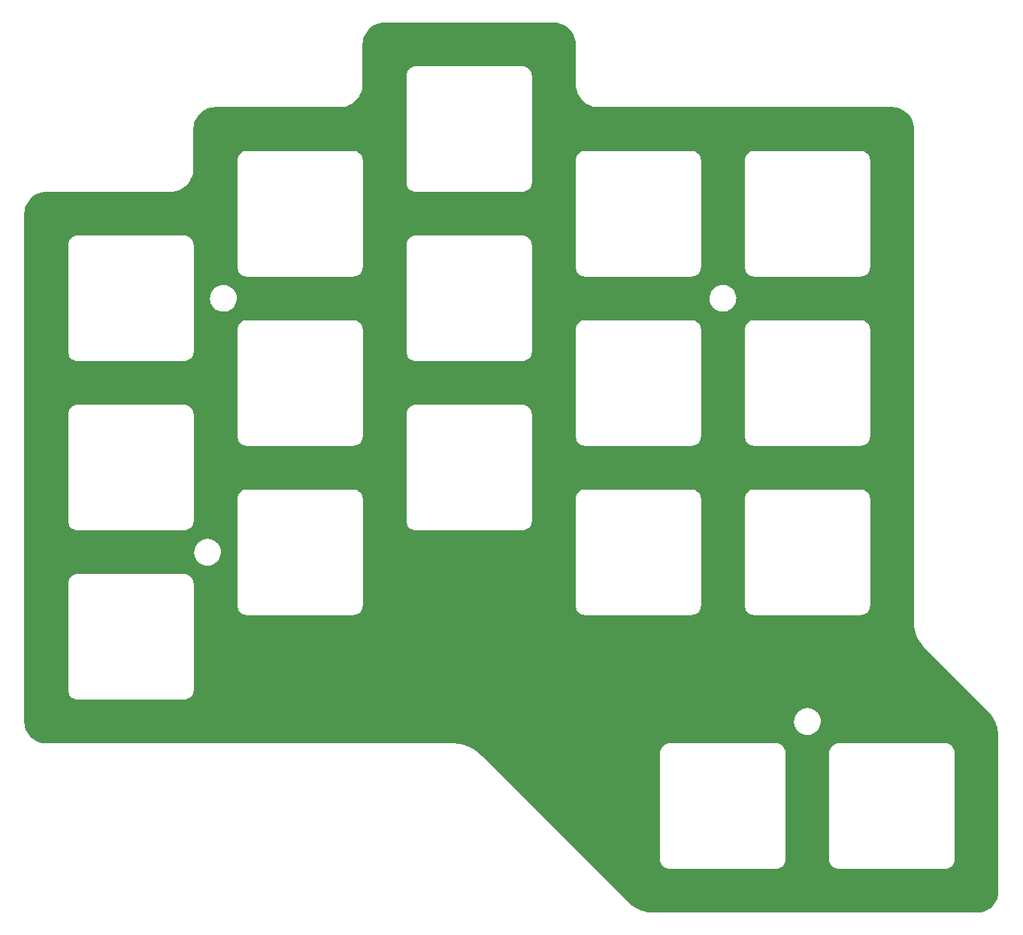
<source format=gtl>
%TF.GenerationSoftware,KiCad,Pcbnew,(6.0.7-1)-1*%
%TF.CreationDate,2022-08-07T12:28:25+08:00*%
%TF.ProjectId,Plate,506c6174-652e-46b6-9963-61645f706362,3*%
%TF.SameCoordinates,PX7616b68PY48ab840*%
%TF.FileFunction,Copper,L1,Top*%
%TF.FilePolarity,Positive*%
%FSLAX46Y46*%
G04 Gerber Fmt 4.6, Leading zero omitted, Abs format (unit mm)*
G04 Created by KiCad (PCBNEW (6.0.7-1)-1) date 2022-08-07 12:28:25*
%MOMM*%
%LPD*%
G01*
G04 APERTURE LIST*
G04 APERTURE END LIST*
%TA.AperFunction,NonConductor*%
G36*
X-19062035Y31052312D02*
G01*
X-19058238Y31052927D01*
X-19050000Y31049515D01*
X-19040162Y31053590D01*
X-19022630Y31051706D01*
X-19016070Y31052448D01*
X-18838189Y31041688D01*
X-18758736Y31036882D01*
X-18743632Y31035048D01*
X-18464115Y30983824D01*
X-18449341Y30980183D01*
X-18178026Y30895638D01*
X-18163808Y30890246D01*
X-17919689Y30780376D01*
X-17904671Y30773617D01*
X-17891198Y30766546D01*
X-17648007Y30619532D01*
X-17635485Y30610889D01*
X-17411781Y30435628D01*
X-17400393Y30425538D01*
X-17199462Y30224607D01*
X-17189372Y30213219D01*
X-17014111Y29989515D01*
X-17005468Y29976993D01*
X-16858454Y29733802D01*
X-16851383Y29720329D01*
X-16734756Y29461196D01*
X-16729362Y29446974D01*
X-16652213Y29199392D01*
X-16644817Y29175658D01*
X-16641176Y29160885D01*
X-16589952Y28881368D01*
X-16588118Y28866264D01*
X-16571135Y28585501D01*
X-16575478Y28585238D01*
X-16574139Y28578250D01*
X-16575485Y28575000D01*
X-16571820Y28566151D01*
X-16571489Y28564426D01*
X-16572417Y28555802D01*
X-16570500Y28542469D01*
X-16570500Y24142035D01*
X-16572689Y24142035D01*
X-16572073Y24138236D01*
X-16575485Y24130000D01*
X-16574459Y24127523D01*
X-16558221Y23838378D01*
X-16509295Y23550422D01*
X-16428437Y23269756D01*
X-16316662Y22999907D01*
X-16175376Y22744270D01*
X-16006357Y22506060D01*
X-15811729Y22288271D01*
X-15593940Y22093643D01*
X-15355730Y21924624D01*
X-15100093Y21783338D01*
X-15096830Y21781987D01*
X-15096825Y21781984D01*
X-14953338Y21722550D01*
X-14830244Y21671563D01*
X-14549578Y21590705D01*
X-14261622Y21541779D01*
X-14086671Y21531954D01*
X-13987116Y21526363D01*
X-13987115Y21526363D01*
X-13972477Y21525541D01*
X-13970000Y21524515D01*
X-13960160Y21528591D01*
X-13950796Y21527584D01*
X-13937469Y21529500D01*
X19037965Y21529500D01*
X19037965Y21527312D01*
X19041762Y21527927D01*
X19050000Y21524515D01*
X19059838Y21528590D01*
X19077370Y21526706D01*
X19083930Y21527448D01*
X19261811Y21516688D01*
X19341264Y21511882D01*
X19356368Y21510048D01*
X19635885Y21458824D01*
X19650659Y21455183D01*
X19921974Y21370638D01*
X19936192Y21365246D01*
X20180311Y21255376D01*
X20195329Y21248617D01*
X20208802Y21241546D01*
X20451993Y21094532D01*
X20464515Y21085889D01*
X20688219Y20910628D01*
X20699607Y20900538D01*
X20900538Y20699607D01*
X20910628Y20688219D01*
X21085889Y20464515D01*
X21094532Y20451993D01*
X21241546Y20208802D01*
X21248617Y20195329D01*
X21365244Y19936196D01*
X21370638Y19921974D01*
X21447787Y19674392D01*
X21455183Y19650658D01*
X21458824Y19635885D01*
X21510048Y19356368D01*
X21511882Y19341264D01*
X21528865Y19060501D01*
X21524522Y19060238D01*
X21525861Y19053250D01*
X21524515Y19050000D01*
X21528180Y19041151D01*
X21528511Y19039426D01*
X21527583Y19030802D01*
X21529500Y19017469D01*
X21529500Y-36181670D01*
X21525924Y-36181670D01*
X21526759Y-36187589D01*
X21524570Y-36192316D01*
X21525867Y-36195850D01*
X21526274Y-36549973D01*
X21526502Y-36552630D01*
X21555435Y-36890401D01*
X21556794Y-36906272D01*
X21617205Y-37258736D01*
X21707080Y-37604862D01*
X21825779Y-37942191D01*
X21972460Y-38268328D01*
X22146081Y-38580956D01*
X22345409Y-38877856D01*
X22569027Y-39156917D01*
X22570865Y-39158851D01*
X22570869Y-39158856D01*
X22726769Y-39322933D01*
X22813007Y-39413694D01*
X22814470Y-39417067D01*
X22824375Y-39420978D01*
X22831666Y-39429726D01*
X22841125Y-39436685D01*
X29794079Y-46389639D01*
X29792889Y-46390829D01*
X29795352Y-46392575D01*
X29799470Y-46402067D01*
X29809376Y-46405979D01*
X29818860Y-46417356D01*
X29825969Y-46422727D01*
X30038360Y-46646258D01*
X30045335Y-46654248D01*
X30255741Y-46916820D01*
X30262026Y-46925379D01*
X30449571Y-47204728D01*
X30455113Y-47213786D01*
X30618465Y-47507925D01*
X30623225Y-47517417D01*
X30761243Y-47824291D01*
X30765186Y-47834150D01*
X30876726Y-48151133D01*
X30876863Y-48151523D01*
X30879960Y-48161670D01*
X30908729Y-48272465D01*
X30964527Y-48487354D01*
X30966760Y-48497735D01*
X30969067Y-48511196D01*
X31018663Y-48800552D01*
X31023601Y-48829364D01*
X31024952Y-48839897D01*
X31053667Y-49175128D01*
X31054127Y-49185736D01*
X31054508Y-49516654D01*
X31050882Y-49516658D01*
X31051728Y-49522656D01*
X31049570Y-49527316D01*
X31053239Y-49537314D01*
X31052430Y-49542731D01*
X31054500Y-49559574D01*
X31054500Y-66662965D01*
X31052312Y-66662965D01*
X31052927Y-66666762D01*
X31049515Y-66675000D01*
X31053590Y-66684838D01*
X31051706Y-66702370D01*
X31052448Y-66708932D01*
X31036882Y-66966264D01*
X31035048Y-66981368D01*
X30983824Y-67260885D01*
X30980183Y-67275658D01*
X30899294Y-67535244D01*
X30895640Y-67546969D01*
X30890244Y-67561196D01*
X30773617Y-67820329D01*
X30766547Y-67833801D01*
X30738565Y-67880089D01*
X30619532Y-68076993D01*
X30610889Y-68089515D01*
X30435628Y-68313219D01*
X30425538Y-68324607D01*
X30224607Y-68525538D01*
X30213219Y-68535628D01*
X30055817Y-68658945D01*
X29989515Y-68710889D01*
X29976993Y-68719532D01*
X29733802Y-68866546D01*
X29720331Y-68873616D01*
X29461192Y-68990246D01*
X29446974Y-68995638D01*
X29225801Y-69064558D01*
X29175658Y-69080183D01*
X29160885Y-69083824D01*
X28881368Y-69135048D01*
X28866264Y-69136882D01*
X28585501Y-69153865D01*
X28585238Y-69149522D01*
X28578250Y-69150861D01*
X28575000Y-69149515D01*
X28566151Y-69153180D01*
X28564426Y-69153511D01*
X28555802Y-69152583D01*
X28542469Y-69154500D01*
X-7609249Y-69154500D01*
X-7609249Y-69153499D01*
X-7611069Y-69153832D01*
X-7622684Y-69149570D01*
X-7632348Y-69154045D01*
X-7647127Y-69153067D01*
X-7655931Y-69154512D01*
X-7964266Y-69154158D01*
X-7974874Y-69153698D01*
X-8142490Y-69139341D01*
X-8310108Y-69124983D01*
X-8320637Y-69123632D01*
X-8552894Y-69083824D01*
X-8652271Y-69066791D01*
X-8662652Y-69064558D01*
X-8723547Y-69048746D01*
X-8988338Y-68979990D01*
X-8998477Y-68976896D01*
X-9315871Y-68865212D01*
X-9325711Y-68861277D01*
X-9632600Y-68723252D01*
X-9642085Y-68718495D01*
X-9936230Y-68555139D01*
X-9945288Y-68549597D01*
X-10224640Y-68362051D01*
X-10233199Y-68355766D01*
X-10278814Y-68319213D01*
X-10495767Y-68145363D01*
X-10503765Y-68138381D01*
X-10743564Y-67910534D01*
X-10741029Y-67907866D01*
X-10746027Y-67904297D01*
X-10747933Y-67899470D01*
X-10757703Y-67895232D01*
X-10762418Y-67889178D01*
X-10774351Y-67880089D01*
X-15504440Y-63150000D01*
X-7065485Y-63150000D01*
X-7064301Y-63152859D01*
X-7062667Y-63171534D01*
X-7062668Y-63171542D01*
X-7048859Y-63329365D01*
X-7048858Y-63329371D01*
X-7048378Y-63334857D01*
X-7000351Y-63514098D01*
X-6998029Y-63519078D01*
X-6998028Y-63519080D01*
X-6924254Y-63677289D01*
X-6924251Y-63677294D01*
X-6921928Y-63682276D01*
X-6815493Y-63834280D01*
X-6684280Y-63965493D01*
X-6679772Y-63968650D01*
X-6679769Y-63968652D01*
X-6588097Y-64032841D01*
X-6532275Y-64071928D01*
X-6527293Y-64074251D01*
X-6527288Y-64074254D01*
X-6369080Y-64148028D01*
X-6364098Y-64150351D01*
X-6358790Y-64151773D01*
X-6358788Y-64151774D01*
X-6190172Y-64196954D01*
X-6190171Y-64196954D01*
X-6184857Y-64198378D01*
X-6048018Y-64210350D01*
X-6020496Y-64212758D01*
X-6002859Y-64214301D01*
X-6000000Y-64215485D01*
X-5990159Y-64211409D01*
X-5980790Y-64212415D01*
X-5967468Y-64210500D01*
X5987965Y-64210500D01*
X5987965Y-64212689D01*
X5991763Y-64212073D01*
X6000000Y-64215485D01*
X6002859Y-64214301D01*
X6021534Y-64212667D01*
X6021542Y-64212668D01*
X6179365Y-64198859D01*
X6179371Y-64198858D01*
X6184857Y-64198378D01*
X6190171Y-64196954D01*
X6190172Y-64196954D01*
X6358788Y-64151774D01*
X6358790Y-64151773D01*
X6364098Y-64150351D01*
X6369080Y-64148028D01*
X6527289Y-64074254D01*
X6527294Y-64074251D01*
X6532276Y-64071928D01*
X6684280Y-63965493D01*
X6815493Y-63834280D01*
X6921928Y-63682276D01*
X6924251Y-63677294D01*
X6924254Y-63677289D01*
X6998028Y-63519080D01*
X6998029Y-63519078D01*
X7000351Y-63514098D01*
X7048378Y-63334857D01*
X7064301Y-63152859D01*
X7065485Y-63150000D01*
X11984515Y-63150000D01*
X11985699Y-63152859D01*
X11987333Y-63171534D01*
X11987332Y-63171542D01*
X12001141Y-63329365D01*
X12001142Y-63329371D01*
X12001622Y-63334857D01*
X12049649Y-63514098D01*
X12051971Y-63519078D01*
X12051972Y-63519080D01*
X12125746Y-63677289D01*
X12125749Y-63677294D01*
X12128072Y-63682276D01*
X12234507Y-63834280D01*
X12365720Y-63965493D01*
X12370228Y-63968650D01*
X12370231Y-63968652D01*
X12461903Y-64032841D01*
X12517725Y-64071928D01*
X12522707Y-64074251D01*
X12522712Y-64074254D01*
X12680920Y-64148028D01*
X12685902Y-64150351D01*
X12691210Y-64151773D01*
X12691212Y-64151774D01*
X12859828Y-64196954D01*
X12859829Y-64196954D01*
X12865143Y-64198378D01*
X13001982Y-64210350D01*
X13029504Y-64212758D01*
X13047141Y-64214301D01*
X13050000Y-64215485D01*
X13059841Y-64211409D01*
X13069210Y-64212415D01*
X13082532Y-64210500D01*
X25037965Y-64210500D01*
X25037965Y-64212689D01*
X25041763Y-64212073D01*
X25050000Y-64215485D01*
X25052859Y-64214301D01*
X25071534Y-64212667D01*
X25071542Y-64212668D01*
X25229365Y-64198859D01*
X25229371Y-64198858D01*
X25234857Y-64198378D01*
X25240171Y-64196954D01*
X25240172Y-64196954D01*
X25408788Y-64151774D01*
X25408790Y-64151773D01*
X25414098Y-64150351D01*
X25419080Y-64148028D01*
X25577289Y-64074254D01*
X25577294Y-64074251D01*
X25582276Y-64071928D01*
X25734280Y-63965493D01*
X25865493Y-63834280D01*
X25971928Y-63682276D01*
X25974251Y-63677294D01*
X25974254Y-63677289D01*
X26048028Y-63519080D01*
X26048029Y-63519078D01*
X26050351Y-63514098D01*
X26098378Y-63334857D01*
X26114301Y-63152859D01*
X26115485Y-63150000D01*
X26111409Y-63140159D01*
X26112415Y-63130790D01*
X26110500Y-63117468D01*
X26110500Y-51162035D01*
X26112689Y-51162035D01*
X26112073Y-51158237D01*
X26115485Y-51150000D01*
X26114301Y-51147141D01*
X26112667Y-51128466D01*
X26112668Y-51128458D01*
X26098859Y-50970635D01*
X26098857Y-50970623D01*
X26098378Y-50965143D01*
X26061811Y-50828672D01*
X26051774Y-50791212D01*
X26051773Y-50791210D01*
X26050351Y-50785902D01*
X26019510Y-50719764D01*
X25974254Y-50622712D01*
X25974251Y-50622707D01*
X25971928Y-50617725D01*
X25922709Y-50547433D01*
X25868652Y-50470231D01*
X25868650Y-50470228D01*
X25865493Y-50465720D01*
X25734280Y-50334507D01*
X25582276Y-50228072D01*
X25577294Y-50225749D01*
X25577289Y-50225746D01*
X25419080Y-50151972D01*
X25419078Y-50151971D01*
X25414098Y-50149649D01*
X25408790Y-50148227D01*
X25408788Y-50148226D01*
X25240172Y-50103046D01*
X25240171Y-50103046D01*
X25234857Y-50101622D01*
X25074416Y-50087585D01*
X25070496Y-50087242D01*
X25052859Y-50085699D01*
X25050000Y-50084515D01*
X25040159Y-50088591D01*
X25030790Y-50087585D01*
X25017468Y-50089500D01*
X13062035Y-50089500D01*
X13062035Y-50087311D01*
X13058237Y-50087927D01*
X13050000Y-50084515D01*
X13047141Y-50085699D01*
X13028466Y-50087333D01*
X13028458Y-50087332D01*
X12870635Y-50101141D01*
X12870629Y-50101142D01*
X12865143Y-50101622D01*
X12859829Y-50103046D01*
X12859828Y-50103046D01*
X12691212Y-50148226D01*
X12691210Y-50148227D01*
X12685902Y-50149649D01*
X12680922Y-50151971D01*
X12680920Y-50151972D01*
X12522712Y-50225746D01*
X12522707Y-50225749D01*
X12517725Y-50228072D01*
X12513218Y-50231228D01*
X12513216Y-50231229D01*
X12370231Y-50331348D01*
X12370228Y-50331350D01*
X12365720Y-50334507D01*
X12234507Y-50465720D01*
X12231350Y-50470228D01*
X12231348Y-50470231D01*
X12177291Y-50547433D01*
X12128072Y-50617725D01*
X12125749Y-50622707D01*
X12125746Y-50622712D01*
X12080490Y-50719764D01*
X12049649Y-50785902D01*
X12048227Y-50791210D01*
X12048226Y-50791212D01*
X12038189Y-50828672D01*
X12001622Y-50965143D01*
X11985699Y-51147141D01*
X11984515Y-51150000D01*
X11988591Y-51159841D01*
X11987585Y-51169210D01*
X11989500Y-51182532D01*
X11989500Y-63137965D01*
X11987311Y-63137965D01*
X11987927Y-63141763D01*
X11984515Y-63150000D01*
X7065485Y-63150000D01*
X7061409Y-63140159D01*
X7062415Y-63130790D01*
X7060500Y-63117468D01*
X7060500Y-51162035D01*
X7062689Y-51162035D01*
X7062073Y-51158237D01*
X7065485Y-51150000D01*
X7064301Y-51147141D01*
X7062667Y-51128466D01*
X7062668Y-51128458D01*
X7048859Y-50970635D01*
X7048857Y-50970623D01*
X7048378Y-50965143D01*
X7011811Y-50828672D01*
X7001774Y-50791212D01*
X7001773Y-50791210D01*
X7000351Y-50785902D01*
X6969510Y-50719764D01*
X6924254Y-50622712D01*
X6924251Y-50622707D01*
X6921928Y-50617725D01*
X6872709Y-50547433D01*
X6818652Y-50470231D01*
X6818650Y-50470228D01*
X6815493Y-50465720D01*
X6684280Y-50334507D01*
X6532276Y-50228072D01*
X6527294Y-50225749D01*
X6527289Y-50225746D01*
X6369080Y-50151972D01*
X6369078Y-50151971D01*
X6364098Y-50149649D01*
X6358790Y-50148227D01*
X6358788Y-50148226D01*
X6190172Y-50103046D01*
X6190171Y-50103046D01*
X6184857Y-50101622D01*
X6024416Y-50087585D01*
X6020496Y-50087242D01*
X6002859Y-50085699D01*
X6000000Y-50084515D01*
X5990159Y-50088591D01*
X5980790Y-50087585D01*
X5967468Y-50089500D01*
X-5987965Y-50089500D01*
X-5987965Y-50087311D01*
X-5991763Y-50087927D01*
X-6000000Y-50084515D01*
X-6002859Y-50085699D01*
X-6021534Y-50087333D01*
X-6021542Y-50087332D01*
X-6179365Y-50101141D01*
X-6179371Y-50101142D01*
X-6184857Y-50101622D01*
X-6190171Y-50103046D01*
X-6190172Y-50103046D01*
X-6358788Y-50148226D01*
X-6358790Y-50148227D01*
X-6364098Y-50149649D01*
X-6369078Y-50151971D01*
X-6369080Y-50151972D01*
X-6527288Y-50225746D01*
X-6527293Y-50225749D01*
X-6532275Y-50228072D01*
X-6536782Y-50231228D01*
X-6536784Y-50231229D01*
X-6679769Y-50331348D01*
X-6679772Y-50331350D01*
X-6684280Y-50334507D01*
X-6815493Y-50465720D01*
X-6818650Y-50470228D01*
X-6818652Y-50470231D01*
X-6872709Y-50547433D01*
X-6921928Y-50617725D01*
X-6924251Y-50622707D01*
X-6924254Y-50622712D01*
X-6969510Y-50719764D01*
X-7000351Y-50785902D01*
X-7001773Y-50791210D01*
X-7001774Y-50791212D01*
X-7011811Y-50828672D01*
X-7048378Y-50965143D01*
X-7064301Y-51147141D01*
X-7065485Y-51150000D01*
X-7061409Y-51159841D01*
X-7062415Y-51169210D01*
X-7060500Y-51182532D01*
X-7060500Y-63137965D01*
X-7062689Y-63137965D01*
X-7062073Y-63141763D01*
X-7065485Y-63150000D01*
X-15504440Y-63150000D01*
X-27253341Y-51401099D01*
X-27251413Y-51399171D01*
X-27255200Y-51396392D01*
X-27257933Y-51389470D01*
X-27261223Y-51388043D01*
X-27518063Y-51144004D01*
X-27520116Y-51142359D01*
X-27520125Y-51142351D01*
X-27795058Y-50922041D01*
X-27795060Y-50922039D01*
X-27797126Y-50920384D01*
X-28004858Y-50780920D01*
X-28091822Y-50722535D01*
X-28091828Y-50722531D01*
X-28094027Y-50721055D01*
X-28096345Y-50719768D01*
X-28096351Y-50719764D01*
X-28404337Y-50548722D01*
X-28406658Y-50547433D01*
X-28409066Y-50546350D01*
X-28409076Y-50546345D01*
X-28730366Y-50401844D01*
X-28730373Y-50401841D01*
X-28732797Y-50400751D01*
X-28735312Y-50399866D01*
X-28735317Y-50399864D01*
X-29067616Y-50282934D01*
X-29067622Y-50282932D01*
X-29070129Y-50282050D01*
X-29072698Y-50281383D01*
X-29072701Y-50281382D01*
X-29342337Y-50211369D01*
X-29416257Y-50192175D01*
X-29418855Y-50191730D01*
X-29418863Y-50191728D01*
X-29766108Y-50132211D01*
X-29766117Y-50132210D01*
X-29768724Y-50131763D01*
X-29771371Y-50131536D01*
X-29771373Y-50131536D01*
X-29849933Y-50124807D01*
X-30125026Y-50101243D01*
X-30479234Y-50100836D01*
X-30482684Y-50099570D01*
X-30492349Y-50104046D01*
X-30507073Y-50103071D01*
X-30515749Y-50104500D01*
X-76187965Y-50104500D01*
X-76187965Y-50102312D01*
X-76191762Y-50102927D01*
X-76200000Y-50099515D01*
X-76209838Y-50103590D01*
X-76227370Y-50101706D01*
X-76233930Y-50102448D01*
X-76411811Y-50091688D01*
X-76491264Y-50086882D01*
X-76506368Y-50085048D01*
X-76785885Y-50033824D01*
X-76800658Y-50030183D01*
X-76824392Y-50022787D01*
X-77071974Y-49945638D01*
X-77086192Y-49940246D01*
X-77345331Y-49823616D01*
X-77358802Y-49816546D01*
X-77601993Y-49669532D01*
X-77614515Y-49660889D01*
X-77838219Y-49485628D01*
X-77849607Y-49475538D01*
X-78050538Y-49274607D01*
X-78060628Y-49263219D01*
X-78176767Y-49114979D01*
X-78235890Y-49039514D01*
X-78244532Y-49026993D01*
X-78370432Y-48818728D01*
X-78391547Y-48783801D01*
X-78398617Y-48770329D01*
X-78405474Y-48755093D01*
X-78515246Y-48511192D01*
X-78520640Y-48496969D01*
X-78524293Y-48485244D01*
X-78605183Y-48225658D01*
X-78608824Y-48210885D01*
X-78660048Y-47931368D01*
X-78661882Y-47916264D01*
X-78676314Y-47677677D01*
X8016524Y-47677677D01*
X8044351Y-47918176D01*
X8045730Y-47923050D01*
X8045731Y-47923054D01*
X8048084Y-47931368D01*
X8110271Y-48151133D01*
X8212589Y-48370553D01*
X8215430Y-48374734D01*
X8215431Y-48374735D01*
X8250172Y-48425854D01*
X8249556Y-48426272D01*
X8250720Y-48427420D01*
X8250905Y-48427281D01*
X8250935Y-48427321D01*
X8251597Y-48428203D01*
X8251797Y-48428482D01*
X8251834Y-48428519D01*
X8253393Y-48430595D01*
X8254809Y-48432679D01*
X8254898Y-48432820D01*
X8255035Y-48433011D01*
X8348671Y-48570793D01*
X8352148Y-48574470D01*
X8352153Y-48574476D01*
X8397137Y-48622044D01*
X8396584Y-48622567D01*
X8398601Y-48623994D01*
X8399083Y-48624636D01*
X8402809Y-48628197D01*
X8403140Y-48628570D01*
X8406516Y-48631963D01*
X8448972Y-48676858D01*
X8515018Y-48746699D01*
X8519035Y-48749770D01*
X8519038Y-48749773D01*
X8573578Y-48791472D01*
X8574084Y-48791870D01*
X8577468Y-48795104D01*
X8581740Y-48798018D01*
X8582645Y-48798636D01*
X8588166Y-48802626D01*
X8703327Y-48890674D01*
X8703338Y-48890681D01*
X8707348Y-48893747D01*
X8771786Y-48928298D01*
X8774421Y-48929754D01*
X8777029Y-48931236D01*
X8781300Y-48934149D01*
X8785986Y-48936324D01*
X8785989Y-48936326D01*
X8788427Y-48937458D01*
X8794912Y-48940699D01*
X8920715Y-49008153D01*
X8925500Y-49009801D01*
X8925501Y-49009801D01*
X8992084Y-49032727D01*
X8995543Y-49034121D01*
X8995561Y-49034071D01*
X9000403Y-49035853D01*
X9005104Y-49038035D01*
X9013723Y-49040425D01*
X9021036Y-49042697D01*
X9149629Y-49086975D01*
X9154618Y-49087837D01*
X9154619Y-49087837D01*
X9228145Y-49100537D01*
X9233988Y-49101848D01*
X9237888Y-49102592D01*
X9242871Y-49103974D01*
X9252403Y-49104993D01*
X9260428Y-49106113D01*
X9388200Y-49128183D01*
X9392161Y-49128363D01*
X9392162Y-49128363D01*
X9415784Y-49129436D01*
X9415803Y-49129436D01*
X9417203Y-49129500D01*
X9585841Y-49129500D01*
X9588349Y-49129298D01*
X9588354Y-49129298D01*
X9761283Y-49115385D01*
X9761288Y-49115384D01*
X9766324Y-49114979D01*
X9771232Y-49113774D01*
X9771235Y-49113773D01*
X9996525Y-49058436D01*
X10001439Y-49057229D01*
X10006091Y-49055254D01*
X10006095Y-49055253D01*
X10219642Y-48964607D01*
X10219643Y-48964607D01*
X10224297Y-48962631D01*
X10429163Y-48833620D01*
X10610768Y-48673514D01*
X10764439Y-48486432D01*
X10886222Y-48277188D01*
X10888035Y-48272465D01*
X10971169Y-48055894D01*
X10971170Y-48055891D01*
X10972984Y-48051165D01*
X11022493Y-47814177D01*
X11023918Y-47782809D01*
X11027728Y-47698888D01*
X11033476Y-47572323D01*
X11005649Y-47331824D01*
X10970933Y-47209138D01*
X10941107Y-47103736D01*
X10941106Y-47103734D01*
X10939729Y-47098867D01*
X10837411Y-46879447D01*
X10799828Y-46824146D01*
X10800444Y-46823728D01*
X10799280Y-46822580D01*
X10799095Y-46822719D01*
X10798991Y-46822580D01*
X10798403Y-46821797D01*
X10798203Y-46821518D01*
X10798166Y-46821481D01*
X10796607Y-46819405D01*
X10795191Y-46817321D01*
X10795102Y-46817180D01*
X10794965Y-46816989D01*
X10701329Y-46679207D01*
X10697852Y-46675530D01*
X10697847Y-46675524D01*
X10652863Y-46627956D01*
X10653416Y-46627433D01*
X10651399Y-46626006D01*
X10650917Y-46625364D01*
X10647191Y-46621803D01*
X10646860Y-46621430D01*
X10643484Y-46618037D01*
X10538458Y-46506977D01*
X10534982Y-46503301D01*
X10530965Y-46500230D01*
X10530962Y-46500227D01*
X10476422Y-46458528D01*
X10475916Y-46458130D01*
X10472532Y-46454896D01*
X10468260Y-46451982D01*
X10467355Y-46451364D01*
X10461834Y-46447374D01*
X10346673Y-46359326D01*
X10346662Y-46359319D01*
X10342652Y-46356253D01*
X10278214Y-46321702D01*
X10275579Y-46320246D01*
X10272971Y-46318764D01*
X10268700Y-46315851D01*
X10264014Y-46313676D01*
X10264011Y-46313674D01*
X10261573Y-46312542D01*
X10255081Y-46309298D01*
X10252536Y-46307933D01*
X10129285Y-46241847D01*
X10057913Y-46217272D01*
X10054457Y-46215879D01*
X10054439Y-46215929D01*
X10049597Y-46214147D01*
X10044896Y-46211965D01*
X10036277Y-46209575D01*
X10028964Y-46207303D01*
X9900371Y-46163025D01*
X9895382Y-46162163D01*
X9895381Y-46162163D01*
X9821855Y-46149463D01*
X9816012Y-46148152D01*
X9812112Y-46147408D01*
X9807129Y-46146026D01*
X9797597Y-46145007D01*
X9789572Y-46143887D01*
X9661800Y-46121817D01*
X9657839Y-46121637D01*
X9657838Y-46121637D01*
X9634216Y-46120564D01*
X9634197Y-46120564D01*
X9632797Y-46120500D01*
X9464159Y-46120500D01*
X9461651Y-46120702D01*
X9461646Y-46120702D01*
X9288717Y-46134615D01*
X9288712Y-46134616D01*
X9283676Y-46135021D01*
X9278768Y-46136226D01*
X9278765Y-46136227D01*
X9162951Y-46164674D01*
X9048561Y-46192771D01*
X9043909Y-46194746D01*
X9043905Y-46194747D01*
X8927308Y-46244240D01*
X8825703Y-46287369D01*
X8620837Y-46416380D01*
X8439232Y-46576486D01*
X8285561Y-46763568D01*
X8163778Y-46972812D01*
X8161965Y-46977535D01*
X8117149Y-47094286D01*
X8077016Y-47198835D01*
X8027507Y-47435823D01*
X8016524Y-47677677D01*
X-78676314Y-47677677D01*
X-78678865Y-47635501D01*
X-78674522Y-47635238D01*
X-78675861Y-47628250D01*
X-78674515Y-47625000D01*
X-78678180Y-47616151D01*
X-78678511Y-47614426D01*
X-78677583Y-47605802D01*
X-78679500Y-47592469D01*
X-78679500Y-44100000D01*
X-73740485Y-44100000D01*
X-73739301Y-44102859D01*
X-73737667Y-44121534D01*
X-73737668Y-44121542D01*
X-73723859Y-44279365D01*
X-73723858Y-44279371D01*
X-73723378Y-44284857D01*
X-73675351Y-44464098D01*
X-73673029Y-44469078D01*
X-73673028Y-44469080D01*
X-73599254Y-44627289D01*
X-73599251Y-44627294D01*
X-73596928Y-44632276D01*
X-73490493Y-44784280D01*
X-73359280Y-44915493D01*
X-73354772Y-44918650D01*
X-73354769Y-44918652D01*
X-73263097Y-44982841D01*
X-73207275Y-45021928D01*
X-73202293Y-45024251D01*
X-73202288Y-45024254D01*
X-73044080Y-45098028D01*
X-73039098Y-45100351D01*
X-73033790Y-45101773D01*
X-73033788Y-45101774D01*
X-72865172Y-45146954D01*
X-72865171Y-45146954D01*
X-72859857Y-45148378D01*
X-72723018Y-45160350D01*
X-72695496Y-45162758D01*
X-72677859Y-45164301D01*
X-72675000Y-45165485D01*
X-72665159Y-45161409D01*
X-72655790Y-45162415D01*
X-72642468Y-45160500D01*
X-60687035Y-45160500D01*
X-60687035Y-45162689D01*
X-60683237Y-45162073D01*
X-60675000Y-45165485D01*
X-60672141Y-45164301D01*
X-60653466Y-45162667D01*
X-60653458Y-45162668D01*
X-60495635Y-45148859D01*
X-60495629Y-45148858D01*
X-60490143Y-45148378D01*
X-60484829Y-45146954D01*
X-60484828Y-45146954D01*
X-60316212Y-45101774D01*
X-60316210Y-45101773D01*
X-60310902Y-45100351D01*
X-60305920Y-45098028D01*
X-60147711Y-45024254D01*
X-60147706Y-45024251D01*
X-60142724Y-45021928D01*
X-59990720Y-44915493D01*
X-59859507Y-44784280D01*
X-59753072Y-44632276D01*
X-59750749Y-44627294D01*
X-59750746Y-44627289D01*
X-59676972Y-44469080D01*
X-59676971Y-44469078D01*
X-59674649Y-44464098D01*
X-59626622Y-44284857D01*
X-59610699Y-44102859D01*
X-59609515Y-44100000D01*
X-59613591Y-44090159D01*
X-59612585Y-44080790D01*
X-59614500Y-44067468D01*
X-59614500Y-34575000D01*
X-54690485Y-34575000D01*
X-54689301Y-34577859D01*
X-54687667Y-34596534D01*
X-54687668Y-34596542D01*
X-54673859Y-34754365D01*
X-54673858Y-34754371D01*
X-54673378Y-34759857D01*
X-54625351Y-34939098D01*
X-54623029Y-34944078D01*
X-54623028Y-34944080D01*
X-54549254Y-35102289D01*
X-54549251Y-35102294D01*
X-54546928Y-35107276D01*
X-54440493Y-35259280D01*
X-54309280Y-35390493D01*
X-54304772Y-35393650D01*
X-54304769Y-35393652D01*
X-54213097Y-35457841D01*
X-54157275Y-35496928D01*
X-54152293Y-35499251D01*
X-54152288Y-35499254D01*
X-53994080Y-35573028D01*
X-53989098Y-35575351D01*
X-53983790Y-35576773D01*
X-53983788Y-35576774D01*
X-53815172Y-35621954D01*
X-53815171Y-35621954D01*
X-53809857Y-35623378D01*
X-53673018Y-35635350D01*
X-53645496Y-35637758D01*
X-53627859Y-35639301D01*
X-53625000Y-35640485D01*
X-53615159Y-35636409D01*
X-53605790Y-35637415D01*
X-53592468Y-35635500D01*
X-41637035Y-35635500D01*
X-41637035Y-35637689D01*
X-41633237Y-35637073D01*
X-41625000Y-35640485D01*
X-41622141Y-35639301D01*
X-41603466Y-35637667D01*
X-41603458Y-35637668D01*
X-41445635Y-35623859D01*
X-41445629Y-35623858D01*
X-41440143Y-35623378D01*
X-41434829Y-35621954D01*
X-41434828Y-35621954D01*
X-41266212Y-35576774D01*
X-41266210Y-35576773D01*
X-41260902Y-35575351D01*
X-41255920Y-35573028D01*
X-41097711Y-35499254D01*
X-41097706Y-35499251D01*
X-41092724Y-35496928D01*
X-40940720Y-35390493D01*
X-40809507Y-35259280D01*
X-40703072Y-35107276D01*
X-40700749Y-35102294D01*
X-40700746Y-35102289D01*
X-40626972Y-34944080D01*
X-40626971Y-34944078D01*
X-40624649Y-34939098D01*
X-40576622Y-34759857D01*
X-40560699Y-34577859D01*
X-40559515Y-34575000D01*
X-16590485Y-34575000D01*
X-16589301Y-34577859D01*
X-16587667Y-34596534D01*
X-16587668Y-34596542D01*
X-16573859Y-34754365D01*
X-16573858Y-34754371D01*
X-16573378Y-34759857D01*
X-16525351Y-34939098D01*
X-16523029Y-34944078D01*
X-16523028Y-34944080D01*
X-16449254Y-35102289D01*
X-16449251Y-35102294D01*
X-16446928Y-35107276D01*
X-16340493Y-35259280D01*
X-16209280Y-35390493D01*
X-16204772Y-35393650D01*
X-16204769Y-35393652D01*
X-16113097Y-35457841D01*
X-16057275Y-35496928D01*
X-16052293Y-35499251D01*
X-16052288Y-35499254D01*
X-15894080Y-35573028D01*
X-15889098Y-35575351D01*
X-15883790Y-35576773D01*
X-15883788Y-35576774D01*
X-15715172Y-35621954D01*
X-15715171Y-35621954D01*
X-15709857Y-35623378D01*
X-15573018Y-35635350D01*
X-15545496Y-35637758D01*
X-15527859Y-35639301D01*
X-15525000Y-35640485D01*
X-15515159Y-35636409D01*
X-15505790Y-35637415D01*
X-15492468Y-35635500D01*
X-3537035Y-35635500D01*
X-3537035Y-35637689D01*
X-3533237Y-35637073D01*
X-3525000Y-35640485D01*
X-3522141Y-35639301D01*
X-3503466Y-35637667D01*
X-3503458Y-35637668D01*
X-3345635Y-35623859D01*
X-3345629Y-35623858D01*
X-3340143Y-35623378D01*
X-3334829Y-35621954D01*
X-3334828Y-35621954D01*
X-3166212Y-35576774D01*
X-3166210Y-35576773D01*
X-3160902Y-35575351D01*
X-3155920Y-35573028D01*
X-2997711Y-35499254D01*
X-2997706Y-35499251D01*
X-2992724Y-35496928D01*
X-2840720Y-35390493D01*
X-2709507Y-35259280D01*
X-2603072Y-35107276D01*
X-2600749Y-35102294D01*
X-2600746Y-35102289D01*
X-2526972Y-34944080D01*
X-2526971Y-34944078D01*
X-2524649Y-34939098D01*
X-2476622Y-34759857D01*
X-2460699Y-34577859D01*
X-2459515Y-34575000D01*
X2459515Y-34575000D01*
X2460699Y-34577859D01*
X2462333Y-34596534D01*
X2462332Y-34596542D01*
X2476141Y-34754365D01*
X2476142Y-34754371D01*
X2476622Y-34759857D01*
X2524649Y-34939098D01*
X2526971Y-34944078D01*
X2526972Y-34944080D01*
X2600746Y-35102289D01*
X2600749Y-35102294D01*
X2603072Y-35107276D01*
X2709507Y-35259280D01*
X2840720Y-35390493D01*
X2845228Y-35393650D01*
X2845231Y-35393652D01*
X2936903Y-35457841D01*
X2992725Y-35496928D01*
X2997707Y-35499251D01*
X2997712Y-35499254D01*
X3155920Y-35573028D01*
X3160902Y-35575351D01*
X3166210Y-35576773D01*
X3166212Y-35576774D01*
X3334828Y-35621954D01*
X3334829Y-35621954D01*
X3340143Y-35623378D01*
X3476982Y-35635350D01*
X3504504Y-35637758D01*
X3522141Y-35639301D01*
X3525000Y-35640485D01*
X3534841Y-35636409D01*
X3544210Y-35637415D01*
X3557532Y-35635500D01*
X15512965Y-35635500D01*
X15512965Y-35637689D01*
X15516763Y-35637073D01*
X15525000Y-35640485D01*
X15527859Y-35639301D01*
X15546534Y-35637667D01*
X15546542Y-35637668D01*
X15704365Y-35623859D01*
X15704371Y-35623858D01*
X15709857Y-35623378D01*
X15715171Y-35621954D01*
X15715172Y-35621954D01*
X15883788Y-35576774D01*
X15883790Y-35576773D01*
X15889098Y-35575351D01*
X15894080Y-35573028D01*
X16052289Y-35499254D01*
X16052294Y-35499251D01*
X16057276Y-35496928D01*
X16209280Y-35390493D01*
X16340493Y-35259280D01*
X16446928Y-35107276D01*
X16449251Y-35102294D01*
X16449254Y-35102289D01*
X16523028Y-34944080D01*
X16523029Y-34944078D01*
X16525351Y-34939098D01*
X16573378Y-34759857D01*
X16589301Y-34577859D01*
X16590485Y-34575000D01*
X16586409Y-34565159D01*
X16587415Y-34555790D01*
X16585500Y-34542468D01*
X16585500Y-22587035D01*
X16587689Y-22587035D01*
X16587073Y-22583237D01*
X16590485Y-22575000D01*
X16589301Y-22572141D01*
X16587667Y-22553466D01*
X16587668Y-22553458D01*
X16573859Y-22395635D01*
X16573857Y-22395623D01*
X16573378Y-22390143D01*
X16525351Y-22210902D01*
X16523028Y-22205920D01*
X16449254Y-22047712D01*
X16449251Y-22047707D01*
X16446928Y-22042725D01*
X16443771Y-22038216D01*
X16343652Y-21895231D01*
X16343650Y-21895228D01*
X16340493Y-21890720D01*
X16209280Y-21759507D01*
X16057276Y-21653072D01*
X16052294Y-21650749D01*
X16052289Y-21650746D01*
X15894080Y-21576972D01*
X15894078Y-21576971D01*
X15889098Y-21574649D01*
X15883790Y-21573227D01*
X15883788Y-21573226D01*
X15715172Y-21528046D01*
X15715171Y-21528046D01*
X15709857Y-21526622D01*
X15549416Y-21512585D01*
X15545496Y-21512242D01*
X15527859Y-21510699D01*
X15525000Y-21509515D01*
X15515159Y-21513591D01*
X15505790Y-21512585D01*
X15492468Y-21514500D01*
X3537035Y-21514500D01*
X3537035Y-21512311D01*
X3533237Y-21512927D01*
X3525000Y-21509515D01*
X3522141Y-21510699D01*
X3503466Y-21512333D01*
X3503458Y-21512332D01*
X3345635Y-21526141D01*
X3345629Y-21526142D01*
X3340143Y-21526622D01*
X3334829Y-21528046D01*
X3334828Y-21528046D01*
X3166212Y-21573226D01*
X3166210Y-21573227D01*
X3160902Y-21574649D01*
X3155922Y-21576971D01*
X3155920Y-21576972D01*
X2997712Y-21650746D01*
X2997707Y-21650749D01*
X2992725Y-21653072D01*
X2988218Y-21656228D01*
X2988216Y-21656229D01*
X2845231Y-21756348D01*
X2845228Y-21756350D01*
X2840720Y-21759507D01*
X2709507Y-21890720D01*
X2706350Y-21895228D01*
X2706348Y-21895231D01*
X2606229Y-22038216D01*
X2603072Y-22042725D01*
X2600749Y-22047707D01*
X2600746Y-22047712D01*
X2526972Y-22205920D01*
X2524649Y-22210902D01*
X2476622Y-22390143D01*
X2460699Y-22572141D01*
X2459515Y-22575000D01*
X2463591Y-22584841D01*
X2462585Y-22594210D01*
X2464500Y-22607532D01*
X2464500Y-34562965D01*
X2462311Y-34562965D01*
X2462927Y-34566763D01*
X2459515Y-34575000D01*
X-2459515Y-34575000D01*
X-2463591Y-34565159D01*
X-2462585Y-34555790D01*
X-2464500Y-34542468D01*
X-2464500Y-22587035D01*
X-2462311Y-22587035D01*
X-2462927Y-22583237D01*
X-2459515Y-22575000D01*
X-2460699Y-22572141D01*
X-2462333Y-22553466D01*
X-2462332Y-22553458D01*
X-2476141Y-22395635D01*
X-2476143Y-22395623D01*
X-2476622Y-22390143D01*
X-2524649Y-22210902D01*
X-2526972Y-22205920D01*
X-2600746Y-22047712D01*
X-2600749Y-22047707D01*
X-2603072Y-22042725D01*
X-2606229Y-22038216D01*
X-2706348Y-21895231D01*
X-2706350Y-21895228D01*
X-2709507Y-21890720D01*
X-2840720Y-21759507D01*
X-2992724Y-21653072D01*
X-2997706Y-21650749D01*
X-2997711Y-21650746D01*
X-3155920Y-21576972D01*
X-3155922Y-21576971D01*
X-3160902Y-21574649D01*
X-3166210Y-21573227D01*
X-3166212Y-21573226D01*
X-3334828Y-21528046D01*
X-3334829Y-21528046D01*
X-3340143Y-21526622D01*
X-3500584Y-21512585D01*
X-3504504Y-21512242D01*
X-3522141Y-21510699D01*
X-3525000Y-21509515D01*
X-3534841Y-21513591D01*
X-3544210Y-21512585D01*
X-3557532Y-21514500D01*
X-15512965Y-21514500D01*
X-15512965Y-21512311D01*
X-15516763Y-21512927D01*
X-15525000Y-21509515D01*
X-15527859Y-21510699D01*
X-15546534Y-21512333D01*
X-15546542Y-21512332D01*
X-15704365Y-21526141D01*
X-15704371Y-21526142D01*
X-15709857Y-21526622D01*
X-15715171Y-21528046D01*
X-15715172Y-21528046D01*
X-15883788Y-21573226D01*
X-15883790Y-21573227D01*
X-15889098Y-21574649D01*
X-15894078Y-21576971D01*
X-15894080Y-21576972D01*
X-16052288Y-21650746D01*
X-16052293Y-21650749D01*
X-16057275Y-21653072D01*
X-16061782Y-21656228D01*
X-16061784Y-21656229D01*
X-16204769Y-21756348D01*
X-16204772Y-21756350D01*
X-16209280Y-21759507D01*
X-16340493Y-21890720D01*
X-16343650Y-21895228D01*
X-16343652Y-21895231D01*
X-16443771Y-22038216D01*
X-16446928Y-22042725D01*
X-16449251Y-22047707D01*
X-16449254Y-22047712D01*
X-16523028Y-22205920D01*
X-16525351Y-22210902D01*
X-16573378Y-22390143D01*
X-16589301Y-22572141D01*
X-16590485Y-22575000D01*
X-16586409Y-22584841D01*
X-16587415Y-22594210D01*
X-16585500Y-22607532D01*
X-16585500Y-34562965D01*
X-16587689Y-34562965D01*
X-16587073Y-34566763D01*
X-16590485Y-34575000D01*
X-40559515Y-34575000D01*
X-40563591Y-34565159D01*
X-40562585Y-34555790D01*
X-40564500Y-34542468D01*
X-40564500Y-25050000D01*
X-35640485Y-25050000D01*
X-35639301Y-25052859D01*
X-35637667Y-25071534D01*
X-35637668Y-25071542D01*
X-35623859Y-25229365D01*
X-35623858Y-25229371D01*
X-35623378Y-25234857D01*
X-35575351Y-25414098D01*
X-35573029Y-25419078D01*
X-35573028Y-25419080D01*
X-35499254Y-25577289D01*
X-35499251Y-25577294D01*
X-35496928Y-25582276D01*
X-35390493Y-25734280D01*
X-35259280Y-25865493D01*
X-35254772Y-25868650D01*
X-35254769Y-25868652D01*
X-35163097Y-25932841D01*
X-35107275Y-25971928D01*
X-35102293Y-25974251D01*
X-35102288Y-25974254D01*
X-34944080Y-26048028D01*
X-34939098Y-26050351D01*
X-34933790Y-26051773D01*
X-34933788Y-26051774D01*
X-34765172Y-26096954D01*
X-34765171Y-26096954D01*
X-34759857Y-26098378D01*
X-34623018Y-26110350D01*
X-34595496Y-26112758D01*
X-34577859Y-26114301D01*
X-34575000Y-26115485D01*
X-34565159Y-26111409D01*
X-34555790Y-26112415D01*
X-34542468Y-26110500D01*
X-22587035Y-26110500D01*
X-22587035Y-26112689D01*
X-22583237Y-26112073D01*
X-22575000Y-26115485D01*
X-22572141Y-26114301D01*
X-22553466Y-26112667D01*
X-22553458Y-26112668D01*
X-22395635Y-26098859D01*
X-22395629Y-26098858D01*
X-22390143Y-26098378D01*
X-22384829Y-26096954D01*
X-22384828Y-26096954D01*
X-22216212Y-26051774D01*
X-22216210Y-26051773D01*
X-22210902Y-26050351D01*
X-22205920Y-26048028D01*
X-22047711Y-25974254D01*
X-22047706Y-25974251D01*
X-22042724Y-25971928D01*
X-21890720Y-25865493D01*
X-21759507Y-25734280D01*
X-21653072Y-25582276D01*
X-21650749Y-25577294D01*
X-21650746Y-25577289D01*
X-21576972Y-25419080D01*
X-21576971Y-25419078D01*
X-21574649Y-25414098D01*
X-21526622Y-25234857D01*
X-21510699Y-25052859D01*
X-21509515Y-25050000D01*
X-21513591Y-25040159D01*
X-21512585Y-25030790D01*
X-21514500Y-25017468D01*
X-21514500Y-15525000D01*
X-16590485Y-15525000D01*
X-16589301Y-15527859D01*
X-16587667Y-15546534D01*
X-16587668Y-15546542D01*
X-16573859Y-15704365D01*
X-16573858Y-15704371D01*
X-16573378Y-15709857D01*
X-16525351Y-15889098D01*
X-16523029Y-15894078D01*
X-16523028Y-15894080D01*
X-16449254Y-16052289D01*
X-16449251Y-16052294D01*
X-16446928Y-16057276D01*
X-16340493Y-16209280D01*
X-16209280Y-16340493D01*
X-16204772Y-16343650D01*
X-16204769Y-16343652D01*
X-16113097Y-16407841D01*
X-16057275Y-16446928D01*
X-16052293Y-16449251D01*
X-16052288Y-16449254D01*
X-15894080Y-16523028D01*
X-15889098Y-16525351D01*
X-15883790Y-16526773D01*
X-15883788Y-16526774D01*
X-15715172Y-16571954D01*
X-15715171Y-16571954D01*
X-15709857Y-16573378D01*
X-15573018Y-16585350D01*
X-15545496Y-16587758D01*
X-15527859Y-16589301D01*
X-15525000Y-16590485D01*
X-15515159Y-16586409D01*
X-15505790Y-16587415D01*
X-15492468Y-16585500D01*
X-3537035Y-16585500D01*
X-3537035Y-16587689D01*
X-3533237Y-16587073D01*
X-3525000Y-16590485D01*
X-3522141Y-16589301D01*
X-3503466Y-16587667D01*
X-3503458Y-16587668D01*
X-3345635Y-16573859D01*
X-3345629Y-16573858D01*
X-3340143Y-16573378D01*
X-3334829Y-16571954D01*
X-3334828Y-16571954D01*
X-3166212Y-16526774D01*
X-3166210Y-16526773D01*
X-3160902Y-16525351D01*
X-3155920Y-16523028D01*
X-2997711Y-16449254D01*
X-2997706Y-16449251D01*
X-2992724Y-16446928D01*
X-2840720Y-16340493D01*
X-2709507Y-16209280D01*
X-2603072Y-16057276D01*
X-2600749Y-16052294D01*
X-2600746Y-16052289D01*
X-2526972Y-15894080D01*
X-2526971Y-15894078D01*
X-2524649Y-15889098D01*
X-2476622Y-15709857D01*
X-2460699Y-15527859D01*
X-2459515Y-15525000D01*
X2459515Y-15525000D01*
X2460699Y-15527859D01*
X2462333Y-15546534D01*
X2462332Y-15546542D01*
X2476141Y-15704365D01*
X2476142Y-15704371D01*
X2476622Y-15709857D01*
X2524649Y-15889098D01*
X2526971Y-15894078D01*
X2526972Y-15894080D01*
X2600746Y-16052289D01*
X2600749Y-16052294D01*
X2603072Y-16057276D01*
X2709507Y-16209280D01*
X2840720Y-16340493D01*
X2845228Y-16343650D01*
X2845231Y-16343652D01*
X2936903Y-16407841D01*
X2992725Y-16446928D01*
X2997707Y-16449251D01*
X2997712Y-16449254D01*
X3155920Y-16523028D01*
X3160902Y-16525351D01*
X3166210Y-16526773D01*
X3166212Y-16526774D01*
X3334828Y-16571954D01*
X3334829Y-16571954D01*
X3340143Y-16573378D01*
X3476982Y-16585350D01*
X3504504Y-16587758D01*
X3522141Y-16589301D01*
X3525000Y-16590485D01*
X3534841Y-16586409D01*
X3544210Y-16587415D01*
X3557532Y-16585500D01*
X15512965Y-16585500D01*
X15512965Y-16587689D01*
X15516763Y-16587073D01*
X15525000Y-16590485D01*
X15527859Y-16589301D01*
X15546534Y-16587667D01*
X15546542Y-16587668D01*
X15704365Y-16573859D01*
X15704371Y-16573858D01*
X15709857Y-16573378D01*
X15715171Y-16571954D01*
X15715172Y-16571954D01*
X15883788Y-16526774D01*
X15883790Y-16526773D01*
X15889098Y-16525351D01*
X15894080Y-16523028D01*
X16052289Y-16449254D01*
X16052294Y-16449251D01*
X16057276Y-16446928D01*
X16209280Y-16340493D01*
X16340493Y-16209280D01*
X16446928Y-16057276D01*
X16449251Y-16052294D01*
X16449254Y-16052289D01*
X16523028Y-15894080D01*
X16523029Y-15894078D01*
X16525351Y-15889098D01*
X16573378Y-15709857D01*
X16589301Y-15527859D01*
X16590485Y-15525000D01*
X16586409Y-15515159D01*
X16587415Y-15505790D01*
X16585500Y-15492468D01*
X16585500Y-3537035D01*
X16587689Y-3537035D01*
X16587073Y-3533237D01*
X16590485Y-3525000D01*
X16589301Y-3522141D01*
X16587667Y-3503466D01*
X16587668Y-3503458D01*
X16573859Y-3345635D01*
X16573857Y-3345623D01*
X16573378Y-3340143D01*
X16525351Y-3160902D01*
X16523028Y-3155920D01*
X16449254Y-2997712D01*
X16449251Y-2997707D01*
X16446928Y-2992725D01*
X16443771Y-2988216D01*
X16343652Y-2845231D01*
X16343650Y-2845228D01*
X16340493Y-2840720D01*
X16209280Y-2709507D01*
X16057276Y-2603072D01*
X16052294Y-2600749D01*
X16052289Y-2600746D01*
X15894080Y-2526972D01*
X15894078Y-2526971D01*
X15889098Y-2524649D01*
X15883790Y-2523227D01*
X15883788Y-2523226D01*
X15715172Y-2478046D01*
X15715171Y-2478046D01*
X15709857Y-2476622D01*
X15549416Y-2462585D01*
X15545496Y-2462242D01*
X15527859Y-2460699D01*
X15525000Y-2459515D01*
X15515159Y-2463591D01*
X15505790Y-2462585D01*
X15492468Y-2464500D01*
X3537035Y-2464500D01*
X3537035Y-2462311D01*
X3533237Y-2462927D01*
X3525000Y-2459515D01*
X3522141Y-2460699D01*
X3503466Y-2462333D01*
X3503458Y-2462332D01*
X3345635Y-2476141D01*
X3345629Y-2476142D01*
X3340143Y-2476622D01*
X3334829Y-2478046D01*
X3334828Y-2478046D01*
X3166212Y-2523226D01*
X3166210Y-2523227D01*
X3160902Y-2524649D01*
X3155922Y-2526971D01*
X3155920Y-2526972D01*
X2997712Y-2600746D01*
X2997707Y-2600749D01*
X2992725Y-2603072D01*
X2988218Y-2606228D01*
X2988216Y-2606229D01*
X2845231Y-2706348D01*
X2845228Y-2706350D01*
X2840720Y-2709507D01*
X2709507Y-2840720D01*
X2706350Y-2845228D01*
X2706348Y-2845231D01*
X2606229Y-2988216D01*
X2603072Y-2992725D01*
X2600749Y-2997707D01*
X2600746Y-2997712D01*
X2526972Y-3155920D01*
X2524649Y-3160902D01*
X2476622Y-3340143D01*
X2460699Y-3522141D01*
X2459515Y-3525000D01*
X2463591Y-3534841D01*
X2462585Y-3544210D01*
X2464500Y-3557532D01*
X2464500Y-15512965D01*
X2462311Y-15512965D01*
X2462927Y-15516763D01*
X2459515Y-15525000D01*
X-2459515Y-15525000D01*
X-2463591Y-15515159D01*
X-2462585Y-15505790D01*
X-2464500Y-15492468D01*
X-2464500Y-3537035D01*
X-2462311Y-3537035D01*
X-2462927Y-3533237D01*
X-2459515Y-3525000D01*
X-2460699Y-3522141D01*
X-2462333Y-3503466D01*
X-2462332Y-3503458D01*
X-2476141Y-3345635D01*
X-2476143Y-3345623D01*
X-2476622Y-3340143D01*
X-2524649Y-3160902D01*
X-2526972Y-3155920D01*
X-2600746Y-2997712D01*
X-2600749Y-2997707D01*
X-2603072Y-2992725D01*
X-2606229Y-2988216D01*
X-2706348Y-2845231D01*
X-2706350Y-2845228D01*
X-2709507Y-2840720D01*
X-2840720Y-2709507D01*
X-2992724Y-2603072D01*
X-2997706Y-2600749D01*
X-2997711Y-2600746D01*
X-3155920Y-2526972D01*
X-3155922Y-2526971D01*
X-3160902Y-2524649D01*
X-3166210Y-2523227D01*
X-3166212Y-2523226D01*
X-3334828Y-2478046D01*
X-3334829Y-2478046D01*
X-3340143Y-2476622D01*
X-3500584Y-2462585D01*
X-3504504Y-2462242D01*
X-3522141Y-2460699D01*
X-3525000Y-2459515D01*
X-3534841Y-2463591D01*
X-3544210Y-2462585D01*
X-3557532Y-2464500D01*
X-15512965Y-2464500D01*
X-15512965Y-2462311D01*
X-15516763Y-2462927D01*
X-15525000Y-2459515D01*
X-15527859Y-2460699D01*
X-15546534Y-2462333D01*
X-15546542Y-2462332D01*
X-15704365Y-2476141D01*
X-15704371Y-2476142D01*
X-15709857Y-2476622D01*
X-15715171Y-2478046D01*
X-15715172Y-2478046D01*
X-15883788Y-2523226D01*
X-15883790Y-2523227D01*
X-15889098Y-2524649D01*
X-15894078Y-2526971D01*
X-15894080Y-2526972D01*
X-16052288Y-2600746D01*
X-16052293Y-2600749D01*
X-16057275Y-2603072D01*
X-16061782Y-2606228D01*
X-16061784Y-2606229D01*
X-16204769Y-2706348D01*
X-16204772Y-2706350D01*
X-16209280Y-2709507D01*
X-16340493Y-2840720D01*
X-16343650Y-2845228D01*
X-16343652Y-2845231D01*
X-16443771Y-2988216D01*
X-16446928Y-2992725D01*
X-16449251Y-2997707D01*
X-16449254Y-2997712D01*
X-16523028Y-3155920D01*
X-16525351Y-3160902D01*
X-16573378Y-3340143D01*
X-16589301Y-3522141D01*
X-16590485Y-3525000D01*
X-16586409Y-3534841D01*
X-16587415Y-3544210D01*
X-16585500Y-3557532D01*
X-16585500Y-15512965D01*
X-16587689Y-15512965D01*
X-16587073Y-15516763D01*
X-16590485Y-15525000D01*
X-21514500Y-15525000D01*
X-21514500Y-13062035D01*
X-21512311Y-13062035D01*
X-21512927Y-13058237D01*
X-21509515Y-13050000D01*
X-21510699Y-13047141D01*
X-21512333Y-13028466D01*
X-21512332Y-13028458D01*
X-21526141Y-12870635D01*
X-21526143Y-12870623D01*
X-21526622Y-12865143D01*
X-21574649Y-12685902D01*
X-21576972Y-12680920D01*
X-21650746Y-12522712D01*
X-21650749Y-12522707D01*
X-21653072Y-12517725D01*
X-21656229Y-12513216D01*
X-21756348Y-12370231D01*
X-21756350Y-12370228D01*
X-21759507Y-12365720D01*
X-21890720Y-12234507D01*
X-22042724Y-12128072D01*
X-22047706Y-12125749D01*
X-22047711Y-12125746D01*
X-22205920Y-12051972D01*
X-22205922Y-12051971D01*
X-22210902Y-12049649D01*
X-22216210Y-12048227D01*
X-22216212Y-12048226D01*
X-22384828Y-12003046D01*
X-22384829Y-12003046D01*
X-22390143Y-12001622D01*
X-22550584Y-11987585D01*
X-22554504Y-11987242D01*
X-22572141Y-11985699D01*
X-22575000Y-11984515D01*
X-22584841Y-11988591D01*
X-22594210Y-11987585D01*
X-22607532Y-11989500D01*
X-34562965Y-11989500D01*
X-34562965Y-11987311D01*
X-34566763Y-11987927D01*
X-34575000Y-11984515D01*
X-34577859Y-11985699D01*
X-34596534Y-11987333D01*
X-34596542Y-11987332D01*
X-34754365Y-12001141D01*
X-34754371Y-12001142D01*
X-34759857Y-12001622D01*
X-34765171Y-12003046D01*
X-34765172Y-12003046D01*
X-34933788Y-12048226D01*
X-34933790Y-12048227D01*
X-34939098Y-12049649D01*
X-34944078Y-12051971D01*
X-34944080Y-12051972D01*
X-35102288Y-12125746D01*
X-35102293Y-12125749D01*
X-35107275Y-12128072D01*
X-35111782Y-12131228D01*
X-35111784Y-12131229D01*
X-35254769Y-12231348D01*
X-35254772Y-12231350D01*
X-35259280Y-12234507D01*
X-35390493Y-12365720D01*
X-35393650Y-12370228D01*
X-35393652Y-12370231D01*
X-35493771Y-12513216D01*
X-35496928Y-12517725D01*
X-35499251Y-12522707D01*
X-35499254Y-12522712D01*
X-35573028Y-12680920D01*
X-35575351Y-12685902D01*
X-35623378Y-12865143D01*
X-35639301Y-13047141D01*
X-35640485Y-13050000D01*
X-35636409Y-13059841D01*
X-35637415Y-13069210D01*
X-35635500Y-13082532D01*
X-35635500Y-25037965D01*
X-35637689Y-25037965D01*
X-35637073Y-25041763D01*
X-35640485Y-25050000D01*
X-40564500Y-25050000D01*
X-40564500Y-22587035D01*
X-40562311Y-22587035D01*
X-40562927Y-22583237D01*
X-40559515Y-22575000D01*
X-40560699Y-22572141D01*
X-40562333Y-22553466D01*
X-40562332Y-22553458D01*
X-40576141Y-22395635D01*
X-40576143Y-22395623D01*
X-40576622Y-22390143D01*
X-40624649Y-22210902D01*
X-40626972Y-22205920D01*
X-40700746Y-22047712D01*
X-40700749Y-22047707D01*
X-40703072Y-22042725D01*
X-40706229Y-22038216D01*
X-40806348Y-21895231D01*
X-40806350Y-21895228D01*
X-40809507Y-21890720D01*
X-40940720Y-21759507D01*
X-41092724Y-21653072D01*
X-41097706Y-21650749D01*
X-41097711Y-21650746D01*
X-41255920Y-21576972D01*
X-41255922Y-21576971D01*
X-41260902Y-21574649D01*
X-41266210Y-21573227D01*
X-41266212Y-21573226D01*
X-41434828Y-21528046D01*
X-41434829Y-21528046D01*
X-41440143Y-21526622D01*
X-41600584Y-21512585D01*
X-41604504Y-21512242D01*
X-41622141Y-21510699D01*
X-41625000Y-21509515D01*
X-41634841Y-21513591D01*
X-41644210Y-21512585D01*
X-41657532Y-21514500D01*
X-53612965Y-21514500D01*
X-53612965Y-21512311D01*
X-53616763Y-21512927D01*
X-53625000Y-21509515D01*
X-53627859Y-21510699D01*
X-53646534Y-21512333D01*
X-53646542Y-21512332D01*
X-53804365Y-21526141D01*
X-53804371Y-21526142D01*
X-53809857Y-21526622D01*
X-53815171Y-21528046D01*
X-53815172Y-21528046D01*
X-53983788Y-21573226D01*
X-53983790Y-21573227D01*
X-53989098Y-21574649D01*
X-53994078Y-21576971D01*
X-53994080Y-21576972D01*
X-54152288Y-21650746D01*
X-54152293Y-21650749D01*
X-54157275Y-21653072D01*
X-54161782Y-21656228D01*
X-54161784Y-21656229D01*
X-54304769Y-21756348D01*
X-54304772Y-21756350D01*
X-54309280Y-21759507D01*
X-54440493Y-21890720D01*
X-54443650Y-21895228D01*
X-54443652Y-21895231D01*
X-54543771Y-22038216D01*
X-54546928Y-22042725D01*
X-54549251Y-22047707D01*
X-54549254Y-22047712D01*
X-54623028Y-22205920D01*
X-54625351Y-22210902D01*
X-54673378Y-22390143D01*
X-54689301Y-22572141D01*
X-54690485Y-22575000D01*
X-54686409Y-22584841D01*
X-54687415Y-22594210D01*
X-54685500Y-22607532D01*
X-54685500Y-34562965D01*
X-54687689Y-34562965D01*
X-54687073Y-34566763D01*
X-54690485Y-34575000D01*
X-59614500Y-34575000D01*
X-59614500Y-32112035D01*
X-59612311Y-32112035D01*
X-59612927Y-32108237D01*
X-59609515Y-32100000D01*
X-59610699Y-32097141D01*
X-59612333Y-32078466D01*
X-59612332Y-32078458D01*
X-59626141Y-31920635D01*
X-59626143Y-31920623D01*
X-59626622Y-31915143D01*
X-59674649Y-31735902D01*
X-59676972Y-31730920D01*
X-59750746Y-31572712D01*
X-59750749Y-31572707D01*
X-59753072Y-31567725D01*
X-59756229Y-31563216D01*
X-59856348Y-31420231D01*
X-59856350Y-31420228D01*
X-59859507Y-31415720D01*
X-59990720Y-31284507D01*
X-60142724Y-31178072D01*
X-60147706Y-31175749D01*
X-60147711Y-31175746D01*
X-60305920Y-31101972D01*
X-60305922Y-31101971D01*
X-60310902Y-31099649D01*
X-60316210Y-31098227D01*
X-60316212Y-31098226D01*
X-60484828Y-31053046D01*
X-60484829Y-31053046D01*
X-60490143Y-31051622D01*
X-60650584Y-31037585D01*
X-60654504Y-31037242D01*
X-60672141Y-31035699D01*
X-60675000Y-31034515D01*
X-60684841Y-31038591D01*
X-60694210Y-31037585D01*
X-60707532Y-31039500D01*
X-72662965Y-31039500D01*
X-72662965Y-31037311D01*
X-72666763Y-31037927D01*
X-72675000Y-31034515D01*
X-72677859Y-31035699D01*
X-72696534Y-31037333D01*
X-72696542Y-31037332D01*
X-72854365Y-31051141D01*
X-72854371Y-31051142D01*
X-72859857Y-31051622D01*
X-72865171Y-31053046D01*
X-72865172Y-31053046D01*
X-73033788Y-31098226D01*
X-73033790Y-31098227D01*
X-73039098Y-31099649D01*
X-73044078Y-31101971D01*
X-73044080Y-31101972D01*
X-73202288Y-31175746D01*
X-73202293Y-31175749D01*
X-73207275Y-31178072D01*
X-73211782Y-31181228D01*
X-73211784Y-31181229D01*
X-73354769Y-31281348D01*
X-73354772Y-31281350D01*
X-73359280Y-31284507D01*
X-73490493Y-31415720D01*
X-73493650Y-31420228D01*
X-73493652Y-31420231D01*
X-73593771Y-31563216D01*
X-73596928Y-31567725D01*
X-73599251Y-31572707D01*
X-73599254Y-31572712D01*
X-73673028Y-31730920D01*
X-73675351Y-31735902D01*
X-73723378Y-31915143D01*
X-73739301Y-32097141D01*
X-73740485Y-32100000D01*
X-73736409Y-32109841D01*
X-73737415Y-32119210D01*
X-73735500Y-32132532D01*
X-73735500Y-44087965D01*
X-73737689Y-44087965D01*
X-73737073Y-44091763D01*
X-73740485Y-44100000D01*
X-78679500Y-44100000D01*
X-78679500Y-28627677D01*
X-59547476Y-28627677D01*
X-59519649Y-28868176D01*
X-59453729Y-29101133D01*
X-59351411Y-29320553D01*
X-59348570Y-29324734D01*
X-59348569Y-29324735D01*
X-59313828Y-29375854D01*
X-59314444Y-29376272D01*
X-59313280Y-29377420D01*
X-59313095Y-29377281D01*
X-59313065Y-29377321D01*
X-59312403Y-29378203D01*
X-59312203Y-29378482D01*
X-59312166Y-29378519D01*
X-59310607Y-29380595D01*
X-59309191Y-29382679D01*
X-59309102Y-29382820D01*
X-59308965Y-29383011D01*
X-59215329Y-29520793D01*
X-59211852Y-29524470D01*
X-59211847Y-29524476D01*
X-59166863Y-29572044D01*
X-59167416Y-29572567D01*
X-59165399Y-29573994D01*
X-59164917Y-29574636D01*
X-59161191Y-29578197D01*
X-59160860Y-29578570D01*
X-59157484Y-29581963D01*
X-59115028Y-29626858D01*
X-59048982Y-29696699D01*
X-59044965Y-29699770D01*
X-59044962Y-29699773D01*
X-58990422Y-29741472D01*
X-58989916Y-29741870D01*
X-58986532Y-29745104D01*
X-58982260Y-29748018D01*
X-58981355Y-29748636D01*
X-58975834Y-29752626D01*
X-58860673Y-29840674D01*
X-58860662Y-29840681D01*
X-58856652Y-29843747D01*
X-58792214Y-29878298D01*
X-58789579Y-29879754D01*
X-58786971Y-29881236D01*
X-58782700Y-29884149D01*
X-58778014Y-29886324D01*
X-58778011Y-29886326D01*
X-58775573Y-29887458D01*
X-58769088Y-29890699D01*
X-58643285Y-29958153D01*
X-58638500Y-29959801D01*
X-58638499Y-29959801D01*
X-58571916Y-29982727D01*
X-58568457Y-29984121D01*
X-58568439Y-29984071D01*
X-58563597Y-29985853D01*
X-58558896Y-29988035D01*
X-58550277Y-29990425D01*
X-58542964Y-29992697D01*
X-58414371Y-30036975D01*
X-58409382Y-30037837D01*
X-58409381Y-30037837D01*
X-58335855Y-30050537D01*
X-58330012Y-30051848D01*
X-58326112Y-30052592D01*
X-58321129Y-30053974D01*
X-58311597Y-30054993D01*
X-58303572Y-30056113D01*
X-58175800Y-30078183D01*
X-58171839Y-30078363D01*
X-58171838Y-30078363D01*
X-58148216Y-30079436D01*
X-58148197Y-30079436D01*
X-58146797Y-30079500D01*
X-57978159Y-30079500D01*
X-57975651Y-30079298D01*
X-57975646Y-30079298D01*
X-57802717Y-30065385D01*
X-57802712Y-30065384D01*
X-57797676Y-30064979D01*
X-57792768Y-30063774D01*
X-57792765Y-30063773D01*
X-57567475Y-30008436D01*
X-57562561Y-30007229D01*
X-57557909Y-30005254D01*
X-57557905Y-30005253D01*
X-57344358Y-29914607D01*
X-57344357Y-29914607D01*
X-57339703Y-29912631D01*
X-57134837Y-29783620D01*
X-56953232Y-29623514D01*
X-56799561Y-29436432D01*
X-56677778Y-29227188D01*
X-56675965Y-29222465D01*
X-56592831Y-29005894D01*
X-56592830Y-29005891D01*
X-56591016Y-29001165D01*
X-56541507Y-28764177D01*
X-56530524Y-28522323D01*
X-56558351Y-28281824D01*
X-56624271Y-28048867D01*
X-56726589Y-27829447D01*
X-56764172Y-27774146D01*
X-56763556Y-27773728D01*
X-56764720Y-27772580D01*
X-56764905Y-27772719D01*
X-56765009Y-27772580D01*
X-56765597Y-27771797D01*
X-56765797Y-27771518D01*
X-56765834Y-27771481D01*
X-56767393Y-27769405D01*
X-56768809Y-27767321D01*
X-56768898Y-27767180D01*
X-56769035Y-27766989D01*
X-56862671Y-27629207D01*
X-56866148Y-27625530D01*
X-56866153Y-27625524D01*
X-56911137Y-27577956D01*
X-56910584Y-27577433D01*
X-56912601Y-27576006D01*
X-56913083Y-27575364D01*
X-56916809Y-27571803D01*
X-56917140Y-27571430D01*
X-56920516Y-27568037D01*
X-57025542Y-27456977D01*
X-57029018Y-27453301D01*
X-57033035Y-27450230D01*
X-57033038Y-27450227D01*
X-57087578Y-27408528D01*
X-57088084Y-27408130D01*
X-57091468Y-27404896D01*
X-57095740Y-27401982D01*
X-57096645Y-27401364D01*
X-57102166Y-27397374D01*
X-57217327Y-27309326D01*
X-57217338Y-27309319D01*
X-57221348Y-27306253D01*
X-57285786Y-27271702D01*
X-57288421Y-27270246D01*
X-57291029Y-27268764D01*
X-57295300Y-27265851D01*
X-57299986Y-27263676D01*
X-57299989Y-27263674D01*
X-57302427Y-27262542D01*
X-57308919Y-27259298D01*
X-57344784Y-27240067D01*
X-57434715Y-27191847D01*
X-57506087Y-27167272D01*
X-57509543Y-27165879D01*
X-57509561Y-27165929D01*
X-57514403Y-27164147D01*
X-57519104Y-27161965D01*
X-57527723Y-27159575D01*
X-57535036Y-27157303D01*
X-57663629Y-27113025D01*
X-57668618Y-27112163D01*
X-57668619Y-27112163D01*
X-57742145Y-27099463D01*
X-57747988Y-27098152D01*
X-57751888Y-27097408D01*
X-57756871Y-27096026D01*
X-57766403Y-27095007D01*
X-57774428Y-27093887D01*
X-57902200Y-27071817D01*
X-57906161Y-27071637D01*
X-57906162Y-27071637D01*
X-57929784Y-27070564D01*
X-57929803Y-27070564D01*
X-57931203Y-27070500D01*
X-58099841Y-27070500D01*
X-58102349Y-27070702D01*
X-58102354Y-27070702D01*
X-58275283Y-27084615D01*
X-58275288Y-27084616D01*
X-58280324Y-27085021D01*
X-58285232Y-27086226D01*
X-58285235Y-27086227D01*
X-58401049Y-27114674D01*
X-58515439Y-27142771D01*
X-58520091Y-27144746D01*
X-58520095Y-27144747D01*
X-58636692Y-27194240D01*
X-58738297Y-27237369D01*
X-58943163Y-27366380D01*
X-59124768Y-27526486D01*
X-59278439Y-27713568D01*
X-59400222Y-27922812D01*
X-59402035Y-27927535D01*
X-59446851Y-28044286D01*
X-59486984Y-28148835D01*
X-59536493Y-28385823D01*
X-59547476Y-28627677D01*
X-78679500Y-28627677D01*
X-78679500Y-25050000D01*
X-73740485Y-25050000D01*
X-73739301Y-25052859D01*
X-73737667Y-25071534D01*
X-73737668Y-25071542D01*
X-73723859Y-25229365D01*
X-73723858Y-25229371D01*
X-73723378Y-25234857D01*
X-73675351Y-25414098D01*
X-73673029Y-25419078D01*
X-73673028Y-25419080D01*
X-73599254Y-25577289D01*
X-73599251Y-25577294D01*
X-73596928Y-25582276D01*
X-73490493Y-25734280D01*
X-73359280Y-25865493D01*
X-73354772Y-25868650D01*
X-73354769Y-25868652D01*
X-73263097Y-25932841D01*
X-73207275Y-25971928D01*
X-73202293Y-25974251D01*
X-73202288Y-25974254D01*
X-73044080Y-26048028D01*
X-73039098Y-26050351D01*
X-73033790Y-26051773D01*
X-73033788Y-26051774D01*
X-72865172Y-26096954D01*
X-72865171Y-26096954D01*
X-72859857Y-26098378D01*
X-72723018Y-26110350D01*
X-72695496Y-26112758D01*
X-72677859Y-26114301D01*
X-72675000Y-26115485D01*
X-72665159Y-26111409D01*
X-72655790Y-26112415D01*
X-72642468Y-26110500D01*
X-60687035Y-26110500D01*
X-60687035Y-26112689D01*
X-60683237Y-26112073D01*
X-60675000Y-26115485D01*
X-60672141Y-26114301D01*
X-60653466Y-26112667D01*
X-60653458Y-26112668D01*
X-60495635Y-26098859D01*
X-60495629Y-26098858D01*
X-60490143Y-26098378D01*
X-60484829Y-26096954D01*
X-60484828Y-26096954D01*
X-60316212Y-26051774D01*
X-60316210Y-26051773D01*
X-60310902Y-26050351D01*
X-60305920Y-26048028D01*
X-60147711Y-25974254D01*
X-60147706Y-25974251D01*
X-60142724Y-25971928D01*
X-59990720Y-25865493D01*
X-59859507Y-25734280D01*
X-59753072Y-25582276D01*
X-59750749Y-25577294D01*
X-59750746Y-25577289D01*
X-59676972Y-25419080D01*
X-59676971Y-25419078D01*
X-59674649Y-25414098D01*
X-59626622Y-25234857D01*
X-59610699Y-25052859D01*
X-59609515Y-25050000D01*
X-59613591Y-25040159D01*
X-59612585Y-25030790D01*
X-59614500Y-25017468D01*
X-59614500Y-15525000D01*
X-54690485Y-15525000D01*
X-54689301Y-15527859D01*
X-54687667Y-15546534D01*
X-54687668Y-15546542D01*
X-54673859Y-15704365D01*
X-54673858Y-15704371D01*
X-54673378Y-15709857D01*
X-54625351Y-15889098D01*
X-54623029Y-15894078D01*
X-54623028Y-15894080D01*
X-54549254Y-16052289D01*
X-54549251Y-16052294D01*
X-54546928Y-16057276D01*
X-54440493Y-16209280D01*
X-54309280Y-16340493D01*
X-54304772Y-16343650D01*
X-54304769Y-16343652D01*
X-54213097Y-16407841D01*
X-54157275Y-16446928D01*
X-54152293Y-16449251D01*
X-54152288Y-16449254D01*
X-53994080Y-16523028D01*
X-53989098Y-16525351D01*
X-53983790Y-16526773D01*
X-53983788Y-16526774D01*
X-53815172Y-16571954D01*
X-53815171Y-16571954D01*
X-53809857Y-16573378D01*
X-53673018Y-16585350D01*
X-53645496Y-16587758D01*
X-53627859Y-16589301D01*
X-53625000Y-16590485D01*
X-53615159Y-16586409D01*
X-53605790Y-16587415D01*
X-53592468Y-16585500D01*
X-41637035Y-16585500D01*
X-41637035Y-16587689D01*
X-41633237Y-16587073D01*
X-41625000Y-16590485D01*
X-41622141Y-16589301D01*
X-41603466Y-16587667D01*
X-41603458Y-16587668D01*
X-41445635Y-16573859D01*
X-41445629Y-16573858D01*
X-41440143Y-16573378D01*
X-41434829Y-16571954D01*
X-41434828Y-16571954D01*
X-41266212Y-16526774D01*
X-41266210Y-16526773D01*
X-41260902Y-16525351D01*
X-41255920Y-16523028D01*
X-41097711Y-16449254D01*
X-41097706Y-16449251D01*
X-41092724Y-16446928D01*
X-40940720Y-16340493D01*
X-40809507Y-16209280D01*
X-40703072Y-16057276D01*
X-40700749Y-16052294D01*
X-40700746Y-16052289D01*
X-40626972Y-15894080D01*
X-40626971Y-15894078D01*
X-40624649Y-15889098D01*
X-40576622Y-15709857D01*
X-40560699Y-15527859D01*
X-40559515Y-15525000D01*
X-40563591Y-15515159D01*
X-40562585Y-15505790D01*
X-40564500Y-15492468D01*
X-40564500Y-6000000D01*
X-35640485Y-6000000D01*
X-35639301Y-6002859D01*
X-35637667Y-6021534D01*
X-35637668Y-6021542D01*
X-35623859Y-6179365D01*
X-35623858Y-6179371D01*
X-35623378Y-6184857D01*
X-35575351Y-6364098D01*
X-35573029Y-6369078D01*
X-35573028Y-6369080D01*
X-35499254Y-6527289D01*
X-35499251Y-6527294D01*
X-35496928Y-6532276D01*
X-35390493Y-6684280D01*
X-35259280Y-6815493D01*
X-35254772Y-6818650D01*
X-35254769Y-6818652D01*
X-35163097Y-6882841D01*
X-35107275Y-6921928D01*
X-35102293Y-6924251D01*
X-35102288Y-6924254D01*
X-34944080Y-6998028D01*
X-34939098Y-7000351D01*
X-34933790Y-7001773D01*
X-34933788Y-7001774D01*
X-34765172Y-7046954D01*
X-34765171Y-7046954D01*
X-34759857Y-7048378D01*
X-34623018Y-7060350D01*
X-34595496Y-7062758D01*
X-34577859Y-7064301D01*
X-34575000Y-7065485D01*
X-34565159Y-7061409D01*
X-34555790Y-7062415D01*
X-34542468Y-7060500D01*
X-22587035Y-7060500D01*
X-22587035Y-7062689D01*
X-22583237Y-7062073D01*
X-22575000Y-7065485D01*
X-22572141Y-7064301D01*
X-22553466Y-7062667D01*
X-22553458Y-7062668D01*
X-22395635Y-7048859D01*
X-22395629Y-7048858D01*
X-22390143Y-7048378D01*
X-22384829Y-7046954D01*
X-22384828Y-7046954D01*
X-22216212Y-7001774D01*
X-22216210Y-7001773D01*
X-22210902Y-7000351D01*
X-22205920Y-6998028D01*
X-22047711Y-6924254D01*
X-22047706Y-6924251D01*
X-22042724Y-6921928D01*
X-21890720Y-6815493D01*
X-21759507Y-6684280D01*
X-21653072Y-6532276D01*
X-21650749Y-6527294D01*
X-21650746Y-6527289D01*
X-21576972Y-6369080D01*
X-21576971Y-6369078D01*
X-21574649Y-6364098D01*
X-21526622Y-6184857D01*
X-21510699Y-6002859D01*
X-21509515Y-6000000D01*
X-21513591Y-5990159D01*
X-21512585Y-5980790D01*
X-21514500Y-5967468D01*
X-21514500Y-52677D01*
X-1508476Y-52677D01*
X-1480649Y-293176D01*
X-1414729Y-526133D01*
X-1312411Y-745553D01*
X-1309570Y-749734D01*
X-1309569Y-749735D01*
X-1274828Y-800854D01*
X-1275444Y-801272D01*
X-1274280Y-802420D01*
X-1274095Y-802281D01*
X-1274065Y-802321D01*
X-1273403Y-803203D01*
X-1273203Y-803482D01*
X-1273166Y-803519D01*
X-1271607Y-805595D01*
X-1270191Y-807679D01*
X-1270102Y-807820D01*
X-1269965Y-808011D01*
X-1176329Y-945793D01*
X-1172852Y-949470D01*
X-1172847Y-949476D01*
X-1127863Y-997044D01*
X-1128416Y-997567D01*
X-1126399Y-998994D01*
X-1125917Y-999636D01*
X-1122191Y-1003197D01*
X-1121860Y-1003570D01*
X-1118484Y-1006963D01*
X-1076028Y-1051858D01*
X-1009982Y-1121699D01*
X-1005965Y-1124770D01*
X-1005962Y-1124773D01*
X-951422Y-1166472D01*
X-950916Y-1166870D01*
X-947532Y-1170104D01*
X-943260Y-1173018D01*
X-942355Y-1173636D01*
X-936834Y-1177626D01*
X-821673Y-1265674D01*
X-821662Y-1265681D01*
X-817652Y-1268747D01*
X-753214Y-1303298D01*
X-750579Y-1304754D01*
X-747971Y-1306236D01*
X-743700Y-1309149D01*
X-739014Y-1311324D01*
X-739011Y-1311326D01*
X-736573Y-1312458D01*
X-730088Y-1315699D01*
X-604285Y-1383153D01*
X-599500Y-1384801D01*
X-599499Y-1384801D01*
X-532916Y-1407727D01*
X-529457Y-1409121D01*
X-529439Y-1409071D01*
X-524597Y-1410853D01*
X-519896Y-1413035D01*
X-511277Y-1415425D01*
X-503964Y-1417697D01*
X-375371Y-1461975D01*
X-370382Y-1462837D01*
X-370381Y-1462837D01*
X-296855Y-1475537D01*
X-291012Y-1476848D01*
X-287112Y-1477592D01*
X-282129Y-1478974D01*
X-272597Y-1479993D01*
X-264572Y-1481113D01*
X-136800Y-1503183D01*
X-132839Y-1503363D01*
X-132838Y-1503363D01*
X-109216Y-1504436D01*
X-109197Y-1504436D01*
X-107797Y-1504500D01*
X60841Y-1504500D01*
X63349Y-1504298D01*
X63354Y-1504298D01*
X236283Y-1490385D01*
X236288Y-1490384D01*
X241324Y-1489979D01*
X246232Y-1488774D01*
X246235Y-1488773D01*
X471525Y-1433436D01*
X476439Y-1432229D01*
X481091Y-1430254D01*
X481095Y-1430253D01*
X694642Y-1339607D01*
X694643Y-1339607D01*
X699297Y-1337631D01*
X904163Y-1208620D01*
X1085768Y-1048514D01*
X1239439Y-861432D01*
X1361222Y-652188D01*
X1363035Y-647465D01*
X1446169Y-430894D01*
X1446170Y-430891D01*
X1447984Y-426165D01*
X1497493Y-189177D01*
X1508476Y52677D01*
X1480649Y293176D01*
X1414729Y526133D01*
X1312411Y745553D01*
X1274828Y800854D01*
X1275444Y801272D01*
X1274280Y802420D01*
X1274095Y802281D01*
X1273991Y802420D01*
X1273403Y803203D01*
X1273203Y803482D01*
X1273166Y803519D01*
X1271607Y805595D01*
X1270191Y807679D01*
X1270102Y807820D01*
X1269965Y808011D01*
X1176329Y945793D01*
X1172852Y949470D01*
X1172847Y949476D01*
X1127863Y997044D01*
X1128416Y997567D01*
X1126399Y998994D01*
X1125917Y999636D01*
X1122191Y1003197D01*
X1121860Y1003570D01*
X1118484Y1006963D01*
X1013458Y1118023D01*
X1009982Y1121699D01*
X1005965Y1124770D01*
X1005962Y1124773D01*
X951422Y1166472D01*
X950916Y1166870D01*
X947532Y1170104D01*
X943260Y1173018D01*
X942355Y1173636D01*
X936834Y1177626D01*
X821673Y1265674D01*
X821662Y1265681D01*
X817652Y1268747D01*
X753214Y1303298D01*
X750579Y1304754D01*
X747971Y1306236D01*
X743700Y1309149D01*
X739014Y1311324D01*
X739011Y1311326D01*
X736573Y1312458D01*
X730081Y1315702D01*
X694216Y1334933D01*
X604285Y1383153D01*
X532913Y1407728D01*
X529457Y1409121D01*
X529439Y1409071D01*
X524597Y1410853D01*
X519896Y1413035D01*
X511277Y1415425D01*
X503964Y1417697D01*
X375371Y1461975D01*
X370382Y1462837D01*
X370381Y1462837D01*
X296855Y1475537D01*
X291012Y1476848D01*
X287112Y1477592D01*
X282129Y1478974D01*
X272597Y1479993D01*
X264572Y1481113D01*
X136800Y1503183D01*
X132839Y1503363D01*
X132838Y1503363D01*
X109216Y1504436D01*
X109197Y1504436D01*
X107797Y1504500D01*
X-60841Y1504500D01*
X-63349Y1504298D01*
X-63354Y1504298D01*
X-236283Y1490385D01*
X-236288Y1490384D01*
X-241324Y1489979D01*
X-246232Y1488774D01*
X-246235Y1488773D01*
X-362049Y1460326D01*
X-476439Y1432229D01*
X-481091Y1430254D01*
X-481095Y1430253D01*
X-597692Y1380760D01*
X-699297Y1337631D01*
X-904163Y1208620D01*
X-1085768Y1048514D01*
X-1239439Y861432D01*
X-1361222Y652188D01*
X-1363035Y647465D01*
X-1407851Y530714D01*
X-1447984Y426165D01*
X-1497493Y189177D01*
X-1508476Y-52677D01*
X-21514500Y-52677D01*
X-21514500Y3525000D01*
X-16590485Y3525000D01*
X-16589301Y3522141D01*
X-16587667Y3503466D01*
X-16587668Y3503458D01*
X-16573859Y3345635D01*
X-16573858Y3345629D01*
X-16573378Y3340143D01*
X-16525351Y3160902D01*
X-16523029Y3155922D01*
X-16523028Y3155920D01*
X-16449254Y2997711D01*
X-16449251Y2997706D01*
X-16446928Y2992724D01*
X-16340493Y2840720D01*
X-16209280Y2709507D01*
X-16204772Y2706350D01*
X-16204769Y2706348D01*
X-16113097Y2642159D01*
X-16057275Y2603072D01*
X-16052293Y2600749D01*
X-16052288Y2600746D01*
X-15894080Y2526972D01*
X-15889098Y2524649D01*
X-15883790Y2523227D01*
X-15883788Y2523226D01*
X-15715172Y2478046D01*
X-15715171Y2478046D01*
X-15709857Y2476622D01*
X-15573018Y2464650D01*
X-15545496Y2462242D01*
X-15527859Y2460699D01*
X-15525000Y2459515D01*
X-15515159Y2463591D01*
X-15505790Y2462585D01*
X-15492468Y2464500D01*
X-3537035Y2464500D01*
X-3537035Y2462311D01*
X-3533237Y2462927D01*
X-3525000Y2459515D01*
X-3522141Y2460699D01*
X-3503466Y2462333D01*
X-3503458Y2462332D01*
X-3345635Y2476141D01*
X-3345629Y2476142D01*
X-3340143Y2476622D01*
X-3334829Y2478046D01*
X-3334828Y2478046D01*
X-3166212Y2523226D01*
X-3166210Y2523227D01*
X-3160902Y2524649D01*
X-3155920Y2526972D01*
X-2997711Y2600746D01*
X-2997706Y2600749D01*
X-2992724Y2603072D01*
X-2840720Y2709507D01*
X-2709507Y2840720D01*
X-2603072Y2992724D01*
X-2600749Y2997706D01*
X-2600746Y2997711D01*
X-2526972Y3155920D01*
X-2526971Y3155922D01*
X-2524649Y3160902D01*
X-2476622Y3340143D01*
X-2460699Y3522141D01*
X-2459515Y3525000D01*
X2459515Y3525000D01*
X2460699Y3522141D01*
X2462333Y3503466D01*
X2462332Y3503458D01*
X2476141Y3345635D01*
X2476142Y3345629D01*
X2476622Y3340143D01*
X2524649Y3160902D01*
X2526971Y3155922D01*
X2526972Y3155920D01*
X2600746Y2997711D01*
X2600749Y2997706D01*
X2603072Y2992724D01*
X2709507Y2840720D01*
X2840720Y2709507D01*
X2845228Y2706350D01*
X2845231Y2706348D01*
X2936903Y2642159D01*
X2992725Y2603072D01*
X2997707Y2600749D01*
X2997712Y2600746D01*
X3155920Y2526972D01*
X3160902Y2524649D01*
X3166210Y2523227D01*
X3166212Y2523226D01*
X3334828Y2478046D01*
X3334829Y2478046D01*
X3340143Y2476622D01*
X3476982Y2464650D01*
X3504504Y2462242D01*
X3522141Y2460699D01*
X3525000Y2459515D01*
X3534841Y2463591D01*
X3544210Y2462585D01*
X3557532Y2464500D01*
X15512965Y2464500D01*
X15512965Y2462311D01*
X15516763Y2462927D01*
X15525000Y2459515D01*
X15527859Y2460699D01*
X15546534Y2462333D01*
X15546542Y2462332D01*
X15704365Y2476141D01*
X15704371Y2476142D01*
X15709857Y2476622D01*
X15715171Y2478046D01*
X15715172Y2478046D01*
X15883788Y2523226D01*
X15883790Y2523227D01*
X15889098Y2524649D01*
X15894080Y2526972D01*
X16052289Y2600746D01*
X16052294Y2600749D01*
X16057276Y2603072D01*
X16209280Y2709507D01*
X16340493Y2840720D01*
X16446928Y2992724D01*
X16449251Y2997706D01*
X16449254Y2997711D01*
X16523028Y3155920D01*
X16523029Y3155922D01*
X16525351Y3160902D01*
X16573378Y3340143D01*
X16589301Y3522141D01*
X16590485Y3525000D01*
X16586409Y3534841D01*
X16587415Y3544210D01*
X16585500Y3557532D01*
X16585500Y15512965D01*
X16587689Y15512965D01*
X16587073Y15516763D01*
X16590485Y15525000D01*
X16589301Y15527859D01*
X16587667Y15546534D01*
X16587668Y15546542D01*
X16573859Y15704365D01*
X16573857Y15704377D01*
X16573378Y15709857D01*
X16525351Y15889098D01*
X16523028Y15894080D01*
X16449254Y16052288D01*
X16449251Y16052293D01*
X16446928Y16057275D01*
X16443771Y16061784D01*
X16343652Y16204769D01*
X16343650Y16204772D01*
X16340493Y16209280D01*
X16209280Y16340493D01*
X16057276Y16446928D01*
X16052294Y16449251D01*
X16052289Y16449254D01*
X15894080Y16523028D01*
X15894078Y16523029D01*
X15889098Y16525351D01*
X15883790Y16526773D01*
X15883788Y16526774D01*
X15715172Y16571954D01*
X15715171Y16571954D01*
X15709857Y16573378D01*
X15549416Y16587415D01*
X15545496Y16587758D01*
X15527859Y16589301D01*
X15525000Y16590485D01*
X15515159Y16586409D01*
X15505790Y16587415D01*
X15492468Y16585500D01*
X3537035Y16585500D01*
X3537035Y16587689D01*
X3533237Y16587073D01*
X3525000Y16590485D01*
X3522141Y16589301D01*
X3503466Y16587667D01*
X3503458Y16587668D01*
X3345635Y16573859D01*
X3345629Y16573858D01*
X3340143Y16573378D01*
X3334829Y16571954D01*
X3334828Y16571954D01*
X3166212Y16526774D01*
X3166210Y16526773D01*
X3160902Y16525351D01*
X3155922Y16523029D01*
X3155920Y16523028D01*
X2997712Y16449254D01*
X2997707Y16449251D01*
X2992725Y16446928D01*
X2988218Y16443772D01*
X2988216Y16443771D01*
X2845231Y16343652D01*
X2845228Y16343650D01*
X2840720Y16340493D01*
X2709507Y16209280D01*
X2706350Y16204772D01*
X2706348Y16204769D01*
X2606229Y16061784D01*
X2603072Y16057275D01*
X2600749Y16052293D01*
X2600746Y16052288D01*
X2526972Y15894080D01*
X2524649Y15889098D01*
X2476622Y15709857D01*
X2460699Y15527859D01*
X2459515Y15525000D01*
X2463591Y15515159D01*
X2462585Y15505790D01*
X2464500Y15492468D01*
X2464500Y3537035D01*
X2462311Y3537035D01*
X2462927Y3533237D01*
X2459515Y3525000D01*
X-2459515Y3525000D01*
X-2463591Y3534841D01*
X-2462585Y3544210D01*
X-2464500Y3557532D01*
X-2464500Y15512965D01*
X-2462311Y15512965D01*
X-2462927Y15516763D01*
X-2459515Y15525000D01*
X-2460699Y15527859D01*
X-2462333Y15546534D01*
X-2462332Y15546542D01*
X-2476141Y15704365D01*
X-2476143Y15704377D01*
X-2476622Y15709857D01*
X-2524649Y15889098D01*
X-2526972Y15894080D01*
X-2600746Y16052288D01*
X-2600749Y16052293D01*
X-2603072Y16057275D01*
X-2606229Y16061784D01*
X-2706348Y16204769D01*
X-2706350Y16204772D01*
X-2709507Y16209280D01*
X-2840720Y16340493D01*
X-2992724Y16446928D01*
X-2997706Y16449251D01*
X-2997711Y16449254D01*
X-3155920Y16523028D01*
X-3155922Y16523029D01*
X-3160902Y16525351D01*
X-3166210Y16526773D01*
X-3166212Y16526774D01*
X-3334828Y16571954D01*
X-3334829Y16571954D01*
X-3340143Y16573378D01*
X-3500584Y16587415D01*
X-3504504Y16587758D01*
X-3522141Y16589301D01*
X-3525000Y16590485D01*
X-3534841Y16586409D01*
X-3544210Y16587415D01*
X-3557532Y16585500D01*
X-15512965Y16585500D01*
X-15512965Y16587689D01*
X-15516763Y16587073D01*
X-15525000Y16590485D01*
X-15527859Y16589301D01*
X-15546534Y16587667D01*
X-15546542Y16587668D01*
X-15704365Y16573859D01*
X-15704371Y16573858D01*
X-15709857Y16573378D01*
X-15715171Y16571954D01*
X-15715172Y16571954D01*
X-15883788Y16526774D01*
X-15883790Y16526773D01*
X-15889098Y16525351D01*
X-15894078Y16523029D01*
X-15894080Y16523028D01*
X-16052288Y16449254D01*
X-16052293Y16449251D01*
X-16057275Y16446928D01*
X-16061782Y16443772D01*
X-16061784Y16443771D01*
X-16204769Y16343652D01*
X-16204772Y16343650D01*
X-16209280Y16340493D01*
X-16340493Y16209280D01*
X-16343650Y16204772D01*
X-16343652Y16204769D01*
X-16443771Y16061784D01*
X-16446928Y16057275D01*
X-16449251Y16052293D01*
X-16449254Y16052288D01*
X-16523028Y15894080D01*
X-16525351Y15889098D01*
X-16573378Y15709857D01*
X-16589301Y15527859D01*
X-16590485Y15525000D01*
X-16586409Y15515159D01*
X-16587415Y15505790D01*
X-16585500Y15492468D01*
X-16585500Y3537035D01*
X-16587689Y3537035D01*
X-16587073Y3533237D01*
X-16590485Y3525000D01*
X-21514500Y3525000D01*
X-21514500Y5987965D01*
X-21512311Y5987965D01*
X-21512927Y5991763D01*
X-21509515Y6000000D01*
X-21510699Y6002859D01*
X-21512333Y6021534D01*
X-21512332Y6021542D01*
X-21526141Y6179365D01*
X-21526143Y6179377D01*
X-21526622Y6184857D01*
X-21574649Y6364098D01*
X-21576972Y6369080D01*
X-21650746Y6527288D01*
X-21650749Y6527293D01*
X-21653072Y6532275D01*
X-21656229Y6536784D01*
X-21756348Y6679769D01*
X-21756350Y6679772D01*
X-21759507Y6684280D01*
X-21890720Y6815493D01*
X-22042724Y6921928D01*
X-22047706Y6924251D01*
X-22047711Y6924254D01*
X-22205920Y6998028D01*
X-22205922Y6998029D01*
X-22210902Y7000351D01*
X-22216210Y7001773D01*
X-22216212Y7001774D01*
X-22384828Y7046954D01*
X-22384829Y7046954D01*
X-22390143Y7048378D01*
X-22550584Y7062415D01*
X-22554504Y7062758D01*
X-22572141Y7064301D01*
X-22575000Y7065485D01*
X-22584841Y7061409D01*
X-22594210Y7062415D01*
X-22607532Y7060500D01*
X-34562965Y7060500D01*
X-34562965Y7062689D01*
X-34566763Y7062073D01*
X-34575000Y7065485D01*
X-34577859Y7064301D01*
X-34596534Y7062667D01*
X-34596542Y7062668D01*
X-34754365Y7048859D01*
X-34754371Y7048858D01*
X-34759857Y7048378D01*
X-34765171Y7046954D01*
X-34765172Y7046954D01*
X-34933788Y7001774D01*
X-34933790Y7001773D01*
X-34939098Y7000351D01*
X-34944078Y6998029D01*
X-34944080Y6998028D01*
X-35102288Y6924254D01*
X-35102293Y6924251D01*
X-35107275Y6921928D01*
X-35111782Y6918772D01*
X-35111784Y6918771D01*
X-35254769Y6818652D01*
X-35254772Y6818650D01*
X-35259280Y6815493D01*
X-35390493Y6684280D01*
X-35393650Y6679772D01*
X-35393652Y6679769D01*
X-35493771Y6536784D01*
X-35496928Y6532275D01*
X-35499251Y6527293D01*
X-35499254Y6527288D01*
X-35573028Y6369080D01*
X-35575351Y6364098D01*
X-35623378Y6184857D01*
X-35639301Y6002859D01*
X-35640485Y6000000D01*
X-35636409Y5990159D01*
X-35637415Y5980790D01*
X-35635500Y5967468D01*
X-35635500Y-5987965D01*
X-35637689Y-5987965D01*
X-35637073Y-5991763D01*
X-35640485Y-6000000D01*
X-40564500Y-6000000D01*
X-40564500Y-3537035D01*
X-40562311Y-3537035D01*
X-40562927Y-3533237D01*
X-40559515Y-3525000D01*
X-40560699Y-3522141D01*
X-40562333Y-3503466D01*
X-40562332Y-3503458D01*
X-40576141Y-3345635D01*
X-40576143Y-3345623D01*
X-40576622Y-3340143D01*
X-40624649Y-3160902D01*
X-40626972Y-3155920D01*
X-40700746Y-2997712D01*
X-40700749Y-2997707D01*
X-40703072Y-2992725D01*
X-40706229Y-2988216D01*
X-40806348Y-2845231D01*
X-40806350Y-2845228D01*
X-40809507Y-2840720D01*
X-40940720Y-2709507D01*
X-41092724Y-2603072D01*
X-41097706Y-2600749D01*
X-41097711Y-2600746D01*
X-41255920Y-2526972D01*
X-41255922Y-2526971D01*
X-41260902Y-2524649D01*
X-41266210Y-2523227D01*
X-41266212Y-2523226D01*
X-41434828Y-2478046D01*
X-41434829Y-2478046D01*
X-41440143Y-2476622D01*
X-41600584Y-2462585D01*
X-41604504Y-2462242D01*
X-41622141Y-2460699D01*
X-41625000Y-2459515D01*
X-41634841Y-2463591D01*
X-41644210Y-2462585D01*
X-41657532Y-2464500D01*
X-53612965Y-2464500D01*
X-53612965Y-2462311D01*
X-53616763Y-2462927D01*
X-53625000Y-2459515D01*
X-53627859Y-2460699D01*
X-53646534Y-2462333D01*
X-53646542Y-2462332D01*
X-53804365Y-2476141D01*
X-53804371Y-2476142D01*
X-53809857Y-2476622D01*
X-53815171Y-2478046D01*
X-53815172Y-2478046D01*
X-53983788Y-2523226D01*
X-53983790Y-2523227D01*
X-53989098Y-2524649D01*
X-53994078Y-2526971D01*
X-53994080Y-2526972D01*
X-54152288Y-2600746D01*
X-54152293Y-2600749D01*
X-54157275Y-2603072D01*
X-54161782Y-2606228D01*
X-54161784Y-2606229D01*
X-54304769Y-2706348D01*
X-54304772Y-2706350D01*
X-54309280Y-2709507D01*
X-54440493Y-2840720D01*
X-54443650Y-2845228D01*
X-54443652Y-2845231D01*
X-54543771Y-2988216D01*
X-54546928Y-2992725D01*
X-54549251Y-2997707D01*
X-54549254Y-2997712D01*
X-54623028Y-3155920D01*
X-54625351Y-3160902D01*
X-54673378Y-3340143D01*
X-54689301Y-3522141D01*
X-54690485Y-3525000D01*
X-54686409Y-3534841D01*
X-54687415Y-3544210D01*
X-54685500Y-3557532D01*
X-54685500Y-15512965D01*
X-54687689Y-15512965D01*
X-54687073Y-15516763D01*
X-54690485Y-15525000D01*
X-59614500Y-15525000D01*
X-59614500Y-13062035D01*
X-59612311Y-13062035D01*
X-59612927Y-13058237D01*
X-59609515Y-13050000D01*
X-59610699Y-13047141D01*
X-59612333Y-13028466D01*
X-59612332Y-13028458D01*
X-59626141Y-12870635D01*
X-59626143Y-12870623D01*
X-59626622Y-12865143D01*
X-59674649Y-12685902D01*
X-59676972Y-12680920D01*
X-59750746Y-12522712D01*
X-59750749Y-12522707D01*
X-59753072Y-12517725D01*
X-59756229Y-12513216D01*
X-59856348Y-12370231D01*
X-59856350Y-12370228D01*
X-59859507Y-12365720D01*
X-59990720Y-12234507D01*
X-60142724Y-12128072D01*
X-60147706Y-12125749D01*
X-60147711Y-12125746D01*
X-60305920Y-12051972D01*
X-60305922Y-12051971D01*
X-60310902Y-12049649D01*
X-60316210Y-12048227D01*
X-60316212Y-12048226D01*
X-60484828Y-12003046D01*
X-60484829Y-12003046D01*
X-60490143Y-12001622D01*
X-60650584Y-11987585D01*
X-60654504Y-11987242D01*
X-60672141Y-11985699D01*
X-60675000Y-11984515D01*
X-60684841Y-11988591D01*
X-60694210Y-11987585D01*
X-60707532Y-11989500D01*
X-72662965Y-11989500D01*
X-72662965Y-11987311D01*
X-72666763Y-11987927D01*
X-72675000Y-11984515D01*
X-72677859Y-11985699D01*
X-72696534Y-11987333D01*
X-72696542Y-11987332D01*
X-72854365Y-12001141D01*
X-72854371Y-12001142D01*
X-72859857Y-12001622D01*
X-72865171Y-12003046D01*
X-72865172Y-12003046D01*
X-73033788Y-12048226D01*
X-73033790Y-12048227D01*
X-73039098Y-12049649D01*
X-73044078Y-12051971D01*
X-73044080Y-12051972D01*
X-73202288Y-12125746D01*
X-73202293Y-12125749D01*
X-73207275Y-12128072D01*
X-73211782Y-12131228D01*
X-73211784Y-12131229D01*
X-73354769Y-12231348D01*
X-73354772Y-12231350D01*
X-73359280Y-12234507D01*
X-73490493Y-12365720D01*
X-73493650Y-12370228D01*
X-73493652Y-12370231D01*
X-73593771Y-12513216D01*
X-73596928Y-12517725D01*
X-73599251Y-12522707D01*
X-73599254Y-12522712D01*
X-73673028Y-12680920D01*
X-73675351Y-12685902D01*
X-73723378Y-12865143D01*
X-73739301Y-13047141D01*
X-73740485Y-13050000D01*
X-73736409Y-13059841D01*
X-73737415Y-13069210D01*
X-73735500Y-13082532D01*
X-73735500Y-25037965D01*
X-73737689Y-25037965D01*
X-73737073Y-25041763D01*
X-73740485Y-25050000D01*
X-78679500Y-25050000D01*
X-78679500Y-6000000D01*
X-73740485Y-6000000D01*
X-73739301Y-6002859D01*
X-73737667Y-6021534D01*
X-73737668Y-6021542D01*
X-73723859Y-6179365D01*
X-73723858Y-6179371D01*
X-73723378Y-6184857D01*
X-73675351Y-6364098D01*
X-73673029Y-6369078D01*
X-73673028Y-6369080D01*
X-73599254Y-6527289D01*
X-73599251Y-6527294D01*
X-73596928Y-6532276D01*
X-73490493Y-6684280D01*
X-73359280Y-6815493D01*
X-73354772Y-6818650D01*
X-73354769Y-6818652D01*
X-73263097Y-6882841D01*
X-73207275Y-6921928D01*
X-73202293Y-6924251D01*
X-73202288Y-6924254D01*
X-73044080Y-6998028D01*
X-73039098Y-7000351D01*
X-73033790Y-7001773D01*
X-73033788Y-7001774D01*
X-72865172Y-7046954D01*
X-72865171Y-7046954D01*
X-72859857Y-7048378D01*
X-72723018Y-7060350D01*
X-72695496Y-7062758D01*
X-72677859Y-7064301D01*
X-72675000Y-7065485D01*
X-72665159Y-7061409D01*
X-72655790Y-7062415D01*
X-72642468Y-7060500D01*
X-60687035Y-7060500D01*
X-60687035Y-7062689D01*
X-60683237Y-7062073D01*
X-60675000Y-7065485D01*
X-60672141Y-7064301D01*
X-60653466Y-7062667D01*
X-60653458Y-7062668D01*
X-60495635Y-7048859D01*
X-60495629Y-7048858D01*
X-60490143Y-7048378D01*
X-60484829Y-7046954D01*
X-60484828Y-7046954D01*
X-60316212Y-7001774D01*
X-60316210Y-7001773D01*
X-60310902Y-7000351D01*
X-60305920Y-6998028D01*
X-60147711Y-6924254D01*
X-60147706Y-6924251D01*
X-60142724Y-6921928D01*
X-59990720Y-6815493D01*
X-59859507Y-6684280D01*
X-59753072Y-6532276D01*
X-59750749Y-6527294D01*
X-59750746Y-6527289D01*
X-59676972Y-6369080D01*
X-59676971Y-6369078D01*
X-59674649Y-6364098D01*
X-59626622Y-6184857D01*
X-59610699Y-6002859D01*
X-59609515Y-6000000D01*
X-59613591Y-5990159D01*
X-59612585Y-5980790D01*
X-59614500Y-5967468D01*
X-59614500Y-52677D01*
X-57769476Y-52677D01*
X-57741649Y-293176D01*
X-57675729Y-526133D01*
X-57573411Y-745553D01*
X-57570570Y-749734D01*
X-57570569Y-749735D01*
X-57535828Y-800854D01*
X-57536444Y-801272D01*
X-57535280Y-802420D01*
X-57535095Y-802281D01*
X-57535065Y-802321D01*
X-57534403Y-803203D01*
X-57534203Y-803482D01*
X-57534166Y-803519D01*
X-57532607Y-805595D01*
X-57531191Y-807679D01*
X-57531102Y-807820D01*
X-57530965Y-808011D01*
X-57437329Y-945793D01*
X-57433852Y-949470D01*
X-57433847Y-949476D01*
X-57388863Y-997044D01*
X-57389416Y-997567D01*
X-57387399Y-998994D01*
X-57386917Y-999636D01*
X-57383191Y-1003197D01*
X-57382860Y-1003570D01*
X-57379484Y-1006963D01*
X-57337028Y-1051858D01*
X-57270982Y-1121699D01*
X-57266965Y-1124770D01*
X-57266962Y-1124773D01*
X-57212422Y-1166472D01*
X-57211916Y-1166870D01*
X-57208532Y-1170104D01*
X-57204260Y-1173018D01*
X-57203355Y-1173636D01*
X-57197834Y-1177626D01*
X-57082673Y-1265674D01*
X-57082662Y-1265681D01*
X-57078652Y-1268747D01*
X-57014214Y-1303298D01*
X-57011579Y-1304754D01*
X-57008971Y-1306236D01*
X-57004700Y-1309149D01*
X-57000014Y-1311324D01*
X-57000011Y-1311326D01*
X-56997573Y-1312458D01*
X-56991088Y-1315699D01*
X-56865285Y-1383153D01*
X-56860500Y-1384801D01*
X-56860499Y-1384801D01*
X-56793916Y-1407727D01*
X-56790457Y-1409121D01*
X-56790439Y-1409071D01*
X-56785597Y-1410853D01*
X-56780896Y-1413035D01*
X-56772277Y-1415425D01*
X-56764964Y-1417697D01*
X-56636371Y-1461975D01*
X-56631382Y-1462837D01*
X-56631381Y-1462837D01*
X-56557855Y-1475537D01*
X-56552012Y-1476848D01*
X-56548112Y-1477592D01*
X-56543129Y-1478974D01*
X-56533597Y-1479993D01*
X-56525572Y-1481113D01*
X-56397800Y-1503183D01*
X-56393839Y-1503363D01*
X-56393838Y-1503363D01*
X-56370216Y-1504436D01*
X-56370197Y-1504436D01*
X-56368797Y-1504500D01*
X-56200159Y-1504500D01*
X-56197651Y-1504298D01*
X-56197646Y-1504298D01*
X-56024717Y-1490385D01*
X-56024712Y-1490384D01*
X-56019676Y-1489979D01*
X-56014768Y-1488774D01*
X-56014765Y-1488773D01*
X-55789475Y-1433436D01*
X-55784561Y-1432229D01*
X-55779909Y-1430254D01*
X-55779905Y-1430253D01*
X-55566358Y-1339607D01*
X-55566357Y-1339607D01*
X-55561703Y-1337631D01*
X-55356837Y-1208620D01*
X-55175232Y-1048514D01*
X-55021561Y-861432D01*
X-54899778Y-652188D01*
X-54897965Y-647465D01*
X-54814831Y-430894D01*
X-54814830Y-430891D01*
X-54813016Y-426165D01*
X-54763507Y-189177D01*
X-54752524Y52677D01*
X-54780351Y293176D01*
X-54846271Y526133D01*
X-54948589Y745553D01*
X-54986172Y800854D01*
X-54985556Y801272D01*
X-54986720Y802420D01*
X-54986905Y802281D01*
X-54987009Y802420D01*
X-54987597Y803203D01*
X-54987797Y803482D01*
X-54987834Y803519D01*
X-54989393Y805595D01*
X-54990809Y807679D01*
X-54990898Y807820D01*
X-54991035Y808011D01*
X-55084671Y945793D01*
X-55088148Y949470D01*
X-55088153Y949476D01*
X-55133137Y997044D01*
X-55132584Y997567D01*
X-55134601Y998994D01*
X-55135083Y999636D01*
X-55138809Y1003197D01*
X-55139140Y1003570D01*
X-55142516Y1006963D01*
X-55247542Y1118023D01*
X-55251018Y1121699D01*
X-55255035Y1124770D01*
X-55255038Y1124773D01*
X-55309578Y1166472D01*
X-55310084Y1166870D01*
X-55313468Y1170104D01*
X-55317740Y1173018D01*
X-55318645Y1173636D01*
X-55324166Y1177626D01*
X-55439327Y1265674D01*
X-55439338Y1265681D01*
X-55443348Y1268747D01*
X-55507786Y1303298D01*
X-55510421Y1304754D01*
X-55513029Y1306236D01*
X-55517300Y1309149D01*
X-55521986Y1311324D01*
X-55521989Y1311326D01*
X-55524427Y1312458D01*
X-55530919Y1315702D01*
X-55566784Y1334933D01*
X-55656715Y1383153D01*
X-55728087Y1407728D01*
X-55731543Y1409121D01*
X-55731561Y1409071D01*
X-55736403Y1410853D01*
X-55741104Y1413035D01*
X-55749723Y1415425D01*
X-55757036Y1417697D01*
X-55885629Y1461975D01*
X-55890618Y1462837D01*
X-55890619Y1462837D01*
X-55964145Y1475537D01*
X-55969988Y1476848D01*
X-55973888Y1477592D01*
X-55978871Y1478974D01*
X-55988403Y1479993D01*
X-55996428Y1481113D01*
X-56124200Y1503183D01*
X-56128161Y1503363D01*
X-56128162Y1503363D01*
X-56151784Y1504436D01*
X-56151803Y1504436D01*
X-56153203Y1504500D01*
X-56321841Y1504500D01*
X-56324349Y1504298D01*
X-56324354Y1504298D01*
X-56497283Y1490385D01*
X-56497288Y1490384D01*
X-56502324Y1489979D01*
X-56507232Y1488774D01*
X-56507235Y1488773D01*
X-56623049Y1460326D01*
X-56737439Y1432229D01*
X-56742091Y1430254D01*
X-56742095Y1430253D01*
X-56858692Y1380760D01*
X-56960297Y1337631D01*
X-57165163Y1208620D01*
X-57346768Y1048514D01*
X-57500439Y861432D01*
X-57622222Y652188D01*
X-57624035Y647465D01*
X-57668851Y530714D01*
X-57708984Y426165D01*
X-57758493Y189177D01*
X-57769476Y-52677D01*
X-59614500Y-52677D01*
X-59614500Y3525000D01*
X-54690485Y3525000D01*
X-54689301Y3522141D01*
X-54687667Y3503466D01*
X-54687668Y3503458D01*
X-54673859Y3345635D01*
X-54673858Y3345629D01*
X-54673378Y3340143D01*
X-54625351Y3160902D01*
X-54623029Y3155922D01*
X-54623028Y3155920D01*
X-54549254Y2997711D01*
X-54549251Y2997706D01*
X-54546928Y2992724D01*
X-54440493Y2840720D01*
X-54309280Y2709507D01*
X-54304772Y2706350D01*
X-54304769Y2706348D01*
X-54213097Y2642159D01*
X-54157275Y2603072D01*
X-54152293Y2600749D01*
X-54152288Y2600746D01*
X-53994080Y2526972D01*
X-53989098Y2524649D01*
X-53983790Y2523227D01*
X-53983788Y2523226D01*
X-53815172Y2478046D01*
X-53815171Y2478046D01*
X-53809857Y2476622D01*
X-53673018Y2464650D01*
X-53645496Y2462242D01*
X-53627859Y2460699D01*
X-53625000Y2459515D01*
X-53615159Y2463591D01*
X-53605790Y2462585D01*
X-53592468Y2464500D01*
X-41637035Y2464500D01*
X-41637035Y2462311D01*
X-41633237Y2462927D01*
X-41625000Y2459515D01*
X-41622141Y2460699D01*
X-41603466Y2462333D01*
X-41603458Y2462332D01*
X-41445635Y2476141D01*
X-41445629Y2476142D01*
X-41440143Y2476622D01*
X-41434829Y2478046D01*
X-41434828Y2478046D01*
X-41266212Y2523226D01*
X-41266210Y2523227D01*
X-41260902Y2524649D01*
X-41255920Y2526972D01*
X-41097711Y2600746D01*
X-41097706Y2600749D01*
X-41092724Y2603072D01*
X-40940720Y2709507D01*
X-40809507Y2840720D01*
X-40703072Y2992724D01*
X-40700749Y2997706D01*
X-40700746Y2997711D01*
X-40626972Y3155920D01*
X-40626971Y3155922D01*
X-40624649Y3160902D01*
X-40576622Y3340143D01*
X-40560699Y3522141D01*
X-40559515Y3525000D01*
X-40563591Y3534841D01*
X-40562585Y3544210D01*
X-40564500Y3557532D01*
X-40564500Y13050000D01*
X-35640485Y13050000D01*
X-35639301Y13047141D01*
X-35637667Y13028466D01*
X-35637668Y13028458D01*
X-35623859Y12870635D01*
X-35623858Y12870629D01*
X-35623378Y12865143D01*
X-35621954Y12859829D01*
X-35621954Y12859828D01*
X-35595453Y12760926D01*
X-35575351Y12685902D01*
X-35573029Y12680922D01*
X-35573028Y12680920D01*
X-35499254Y12522711D01*
X-35499251Y12522706D01*
X-35496928Y12517724D01*
X-35493771Y12513216D01*
X-35415661Y12401664D01*
X-35390493Y12365720D01*
X-35259280Y12234507D01*
X-35254772Y12231350D01*
X-35254769Y12231348D01*
X-35206500Y12197550D01*
X-35107275Y12128072D01*
X-35102293Y12125749D01*
X-35102288Y12125746D01*
X-34944080Y12051972D01*
X-34939098Y12049649D01*
X-34933790Y12048227D01*
X-34933788Y12048226D01*
X-34765172Y12003046D01*
X-34765171Y12003046D01*
X-34759857Y12001622D01*
X-34623018Y11989650D01*
X-34595496Y11987242D01*
X-34577859Y11985699D01*
X-34575000Y11984515D01*
X-34565159Y11988591D01*
X-34555790Y11987585D01*
X-34542468Y11989500D01*
X-22587035Y11989500D01*
X-22587035Y11987311D01*
X-22583237Y11987927D01*
X-22575000Y11984515D01*
X-22572141Y11985699D01*
X-22553466Y11987333D01*
X-22553458Y11987332D01*
X-22395635Y12001141D01*
X-22395629Y12001142D01*
X-22390143Y12001622D01*
X-22384829Y12003046D01*
X-22384828Y12003046D01*
X-22216212Y12048226D01*
X-22216210Y12048227D01*
X-22210902Y12049649D01*
X-22205920Y12051972D01*
X-22047711Y12125746D01*
X-22047706Y12125749D01*
X-22042724Y12128072D01*
X-21890720Y12234507D01*
X-21759507Y12365720D01*
X-21734338Y12401664D01*
X-21656229Y12513216D01*
X-21653072Y12517724D01*
X-21650749Y12522706D01*
X-21650746Y12522711D01*
X-21576972Y12680920D01*
X-21576971Y12680922D01*
X-21574649Y12685902D01*
X-21554546Y12760926D01*
X-21528046Y12859828D01*
X-21528046Y12859829D01*
X-21526622Y12865143D01*
X-21510699Y13047141D01*
X-21509515Y13050000D01*
X-21513591Y13059841D01*
X-21512585Y13069210D01*
X-21514500Y13082532D01*
X-21514500Y25037965D01*
X-21512311Y25037965D01*
X-21512927Y25041763D01*
X-21509515Y25050000D01*
X-21510699Y25052859D01*
X-21512333Y25071534D01*
X-21512332Y25071542D01*
X-21526141Y25229365D01*
X-21526143Y25229377D01*
X-21526622Y25234857D01*
X-21574649Y25414098D01*
X-21576972Y25419080D01*
X-21650746Y25577288D01*
X-21650749Y25577293D01*
X-21653072Y25582275D01*
X-21656229Y25586784D01*
X-21756348Y25729769D01*
X-21756350Y25729772D01*
X-21759507Y25734280D01*
X-21890720Y25865493D01*
X-22042724Y25971928D01*
X-22047706Y25974251D01*
X-22047711Y25974254D01*
X-22205920Y26048028D01*
X-22205922Y26048029D01*
X-22210902Y26050351D01*
X-22216210Y26051773D01*
X-22216212Y26051774D01*
X-22384828Y26096954D01*
X-22384829Y26096954D01*
X-22390143Y26098378D01*
X-22550584Y26112415D01*
X-22554504Y26112758D01*
X-22572141Y26114301D01*
X-22575000Y26115485D01*
X-22584841Y26111409D01*
X-22594210Y26112415D01*
X-22607532Y26110500D01*
X-34562965Y26110500D01*
X-34562965Y26112689D01*
X-34566763Y26112073D01*
X-34575000Y26115485D01*
X-34577859Y26114301D01*
X-34596534Y26112667D01*
X-34596542Y26112668D01*
X-34754365Y26098859D01*
X-34754371Y26098858D01*
X-34759857Y26098378D01*
X-34765171Y26096954D01*
X-34765172Y26096954D01*
X-34933788Y26051774D01*
X-34933790Y26051773D01*
X-34939098Y26050351D01*
X-34944078Y26048029D01*
X-34944080Y26048028D01*
X-35102288Y25974254D01*
X-35102293Y25974251D01*
X-35107275Y25971928D01*
X-35111782Y25968772D01*
X-35111784Y25968771D01*
X-35254769Y25868652D01*
X-35254772Y25868650D01*
X-35259280Y25865493D01*
X-35390493Y25734280D01*
X-35393650Y25729772D01*
X-35393652Y25729769D01*
X-35493771Y25586784D01*
X-35496928Y25582275D01*
X-35499251Y25577293D01*
X-35499254Y25577288D01*
X-35573028Y25419080D01*
X-35575351Y25414098D01*
X-35623378Y25234857D01*
X-35639301Y25052859D01*
X-35640485Y25050000D01*
X-35636409Y25040159D01*
X-35637415Y25030790D01*
X-35635500Y25017468D01*
X-35635500Y13062035D01*
X-35637689Y13062035D01*
X-35637073Y13058237D01*
X-35640485Y13050000D01*
X-40564500Y13050000D01*
X-40564500Y15512965D01*
X-40562311Y15512965D01*
X-40562927Y15516763D01*
X-40559515Y15525000D01*
X-40560699Y15527859D01*
X-40562333Y15546534D01*
X-40562332Y15546542D01*
X-40576141Y15704365D01*
X-40576143Y15704377D01*
X-40576622Y15709857D01*
X-40624649Y15889098D01*
X-40626972Y15894080D01*
X-40700746Y16052288D01*
X-40700749Y16052293D01*
X-40703072Y16057275D01*
X-40706229Y16061784D01*
X-40806348Y16204769D01*
X-40806350Y16204772D01*
X-40809507Y16209280D01*
X-40940720Y16340493D01*
X-41092724Y16446928D01*
X-41097706Y16449251D01*
X-41097711Y16449254D01*
X-41255920Y16523028D01*
X-41255922Y16523029D01*
X-41260902Y16525351D01*
X-41266210Y16526773D01*
X-41266212Y16526774D01*
X-41434828Y16571954D01*
X-41434829Y16571954D01*
X-41440143Y16573378D01*
X-41600584Y16587415D01*
X-41604504Y16587758D01*
X-41622141Y16589301D01*
X-41625000Y16590485D01*
X-41634841Y16586409D01*
X-41644210Y16587415D01*
X-41657532Y16585500D01*
X-53612965Y16585500D01*
X-53612965Y16587689D01*
X-53616763Y16587073D01*
X-53625000Y16590485D01*
X-53627859Y16589301D01*
X-53646534Y16587667D01*
X-53646542Y16587668D01*
X-53804365Y16573859D01*
X-53804371Y16573858D01*
X-53809857Y16573378D01*
X-53815171Y16571954D01*
X-53815172Y16571954D01*
X-53983788Y16526774D01*
X-53983790Y16526773D01*
X-53989098Y16525351D01*
X-53994078Y16523029D01*
X-53994080Y16523028D01*
X-54152288Y16449254D01*
X-54152293Y16449251D01*
X-54157275Y16446928D01*
X-54161782Y16443772D01*
X-54161784Y16443771D01*
X-54304769Y16343652D01*
X-54304772Y16343650D01*
X-54309280Y16340493D01*
X-54440493Y16209280D01*
X-54443650Y16204772D01*
X-54443652Y16204769D01*
X-54543771Y16061784D01*
X-54546928Y16057275D01*
X-54549251Y16052293D01*
X-54549254Y16052288D01*
X-54623028Y15894080D01*
X-54625351Y15889098D01*
X-54673378Y15709857D01*
X-54689301Y15527859D01*
X-54690485Y15525000D01*
X-54686409Y15515159D01*
X-54687415Y15505790D01*
X-54685500Y15492468D01*
X-54685500Y3537035D01*
X-54687689Y3537035D01*
X-54687073Y3533237D01*
X-54690485Y3525000D01*
X-59614500Y3525000D01*
X-59614500Y5987965D01*
X-59612311Y5987965D01*
X-59612927Y5991763D01*
X-59609515Y6000000D01*
X-59610699Y6002859D01*
X-59612333Y6021534D01*
X-59612332Y6021542D01*
X-59626141Y6179365D01*
X-59626143Y6179377D01*
X-59626622Y6184857D01*
X-59674649Y6364098D01*
X-59676972Y6369080D01*
X-59750746Y6527288D01*
X-59750749Y6527293D01*
X-59753072Y6532275D01*
X-59756229Y6536784D01*
X-59856348Y6679769D01*
X-59856350Y6679772D01*
X-59859507Y6684280D01*
X-59990720Y6815493D01*
X-60142724Y6921928D01*
X-60147706Y6924251D01*
X-60147711Y6924254D01*
X-60305920Y6998028D01*
X-60305922Y6998029D01*
X-60310902Y7000351D01*
X-60316210Y7001773D01*
X-60316212Y7001774D01*
X-60484828Y7046954D01*
X-60484829Y7046954D01*
X-60490143Y7048378D01*
X-60650584Y7062415D01*
X-60654504Y7062758D01*
X-60672141Y7064301D01*
X-60675000Y7065485D01*
X-60684841Y7061409D01*
X-60694210Y7062415D01*
X-60707532Y7060500D01*
X-72662965Y7060500D01*
X-72662965Y7062689D01*
X-72666763Y7062073D01*
X-72675000Y7065485D01*
X-72677859Y7064301D01*
X-72696534Y7062667D01*
X-72696542Y7062668D01*
X-72854365Y7048859D01*
X-72854371Y7048858D01*
X-72859857Y7048378D01*
X-72865171Y7046954D01*
X-72865172Y7046954D01*
X-73033788Y7001774D01*
X-73033790Y7001773D01*
X-73039098Y7000351D01*
X-73044078Y6998029D01*
X-73044080Y6998028D01*
X-73202288Y6924254D01*
X-73202293Y6924251D01*
X-73207275Y6921928D01*
X-73211782Y6918772D01*
X-73211784Y6918771D01*
X-73354769Y6818652D01*
X-73354772Y6818650D01*
X-73359280Y6815493D01*
X-73490493Y6684280D01*
X-73493650Y6679772D01*
X-73493652Y6679769D01*
X-73593771Y6536784D01*
X-73596928Y6532275D01*
X-73599251Y6527293D01*
X-73599254Y6527288D01*
X-73673028Y6369080D01*
X-73675351Y6364098D01*
X-73723378Y6184857D01*
X-73739301Y6002859D01*
X-73740485Y6000000D01*
X-73736409Y5990159D01*
X-73737415Y5980790D01*
X-73735500Y5967468D01*
X-73735500Y-5987965D01*
X-73737689Y-5987965D01*
X-73737073Y-5991763D01*
X-73740485Y-6000000D01*
X-78679500Y-6000000D01*
X-78679500Y9512965D01*
X-78677312Y9512965D01*
X-78677927Y9516762D01*
X-78674515Y9525000D01*
X-78678590Y9534838D01*
X-78676706Y9552370D01*
X-78677448Y9558932D01*
X-78661882Y9816264D01*
X-78660048Y9831368D01*
X-78608824Y10110885D01*
X-78605183Y10125658D01*
X-78597787Y10149392D01*
X-78520638Y10396974D01*
X-78515244Y10411196D01*
X-78398617Y10670329D01*
X-78391546Y10683802D01*
X-78244532Y10926993D01*
X-78235889Y10939515D01*
X-78060628Y11163219D01*
X-78050538Y11174607D01*
X-77849607Y11375538D01*
X-77838219Y11385628D01*
X-77614515Y11560889D01*
X-77601993Y11569532D01*
X-77358802Y11716546D01*
X-77345329Y11723617D01*
X-77330311Y11730376D01*
X-77086192Y11840246D01*
X-77071974Y11845638D01*
X-76800659Y11930183D01*
X-76785885Y11933824D01*
X-76506368Y11985048D01*
X-76491264Y11986882D01*
X-76210501Y12003865D01*
X-76210238Y11999522D01*
X-76203250Y12000861D01*
X-76200000Y11999515D01*
X-76191151Y12003180D01*
X-76189426Y12003511D01*
X-76180802Y12002583D01*
X-76167469Y12004500D01*
X-62242035Y12004500D01*
X-62242035Y12002311D01*
X-62238236Y12002927D01*
X-62230000Y11999515D01*
X-62227523Y12000541D01*
X-62206047Y12001747D01*
X-62138111Y12005562D01*
X-61938378Y12016779D01*
X-61650422Y12065705D01*
X-61369756Y12146563D01*
X-61246662Y12197550D01*
X-61103175Y12256984D01*
X-61103170Y12256987D01*
X-61099907Y12258338D01*
X-60844270Y12399624D01*
X-60606060Y12568643D01*
X-60388271Y12763271D01*
X-60193643Y12981060D01*
X-60024624Y13219270D01*
X-59883338Y13474907D01*
X-59771563Y13744756D01*
X-59690705Y14025422D01*
X-59641779Y14313378D01*
X-59625541Y14602523D01*
X-59624515Y14605000D01*
X-59628591Y14614840D01*
X-59627584Y14624204D01*
X-59629500Y14637531D01*
X-59629500Y19037965D01*
X-59627312Y19037965D01*
X-59627927Y19041762D01*
X-59624515Y19050000D01*
X-59628590Y19059838D01*
X-59626706Y19077370D01*
X-59627448Y19083932D01*
X-59611882Y19341264D01*
X-59610048Y19356368D01*
X-59558824Y19635885D01*
X-59555183Y19650658D01*
X-59547787Y19674392D01*
X-59470638Y19921974D01*
X-59465244Y19936196D01*
X-59348617Y20195329D01*
X-59341546Y20208802D01*
X-59194532Y20451993D01*
X-59185889Y20464515D01*
X-59010628Y20688219D01*
X-59000538Y20699607D01*
X-58799607Y20900538D01*
X-58788219Y20910628D01*
X-58564515Y21085889D01*
X-58551993Y21094532D01*
X-58308802Y21241546D01*
X-58295329Y21248617D01*
X-58280311Y21255376D01*
X-58036192Y21365246D01*
X-58021974Y21370638D01*
X-57750659Y21455183D01*
X-57735885Y21458824D01*
X-57456368Y21510048D01*
X-57441264Y21511882D01*
X-57160501Y21528865D01*
X-57160238Y21524522D01*
X-57153250Y21525861D01*
X-57150000Y21524515D01*
X-57141151Y21528180D01*
X-57139426Y21528511D01*
X-57130802Y21527583D01*
X-57117469Y21529500D01*
X-43192035Y21529500D01*
X-43192035Y21527311D01*
X-43188236Y21527927D01*
X-43180000Y21524515D01*
X-43177523Y21525541D01*
X-43156047Y21526747D01*
X-43088111Y21530562D01*
X-42888378Y21541779D01*
X-42600422Y21590705D01*
X-42319756Y21671563D01*
X-42196662Y21722550D01*
X-42053175Y21781984D01*
X-42053170Y21781987D01*
X-42049907Y21783338D01*
X-41794270Y21924624D01*
X-41556060Y22093643D01*
X-41338271Y22288271D01*
X-41143643Y22506060D01*
X-40974624Y22744270D01*
X-40833338Y22999907D01*
X-40721563Y23269756D01*
X-40640705Y23550422D01*
X-40591779Y23838378D01*
X-40575541Y24127523D01*
X-40574515Y24130000D01*
X-40578591Y24139840D01*
X-40577584Y24149204D01*
X-40579500Y24162531D01*
X-40579500Y28562965D01*
X-40577312Y28562965D01*
X-40577927Y28566762D01*
X-40574515Y28575000D01*
X-40578590Y28584838D01*
X-40576706Y28602370D01*
X-40577448Y28608932D01*
X-40561882Y28866264D01*
X-40560048Y28881368D01*
X-40508824Y29160885D01*
X-40505183Y29175658D01*
X-40497787Y29199392D01*
X-40420638Y29446974D01*
X-40415244Y29461196D01*
X-40298617Y29720329D01*
X-40291546Y29733802D01*
X-40144532Y29976993D01*
X-40135889Y29989515D01*
X-39960628Y30213219D01*
X-39950538Y30224607D01*
X-39749607Y30425538D01*
X-39738219Y30435628D01*
X-39514515Y30610889D01*
X-39501993Y30619532D01*
X-39258802Y30766546D01*
X-39245329Y30773617D01*
X-39230311Y30780376D01*
X-38986192Y30890246D01*
X-38971974Y30895638D01*
X-38700659Y30980183D01*
X-38685885Y30983824D01*
X-38406368Y31035048D01*
X-38391264Y31036882D01*
X-38110501Y31053865D01*
X-38110238Y31049522D01*
X-38103250Y31050861D01*
X-38100000Y31049515D01*
X-38091151Y31053180D01*
X-38089426Y31053511D01*
X-38080802Y31052583D01*
X-38067469Y31054500D01*
X-19062035Y31054500D01*
X-19062035Y31052312D01*
G37*
%TD.AperFunction*%
M02*

</source>
